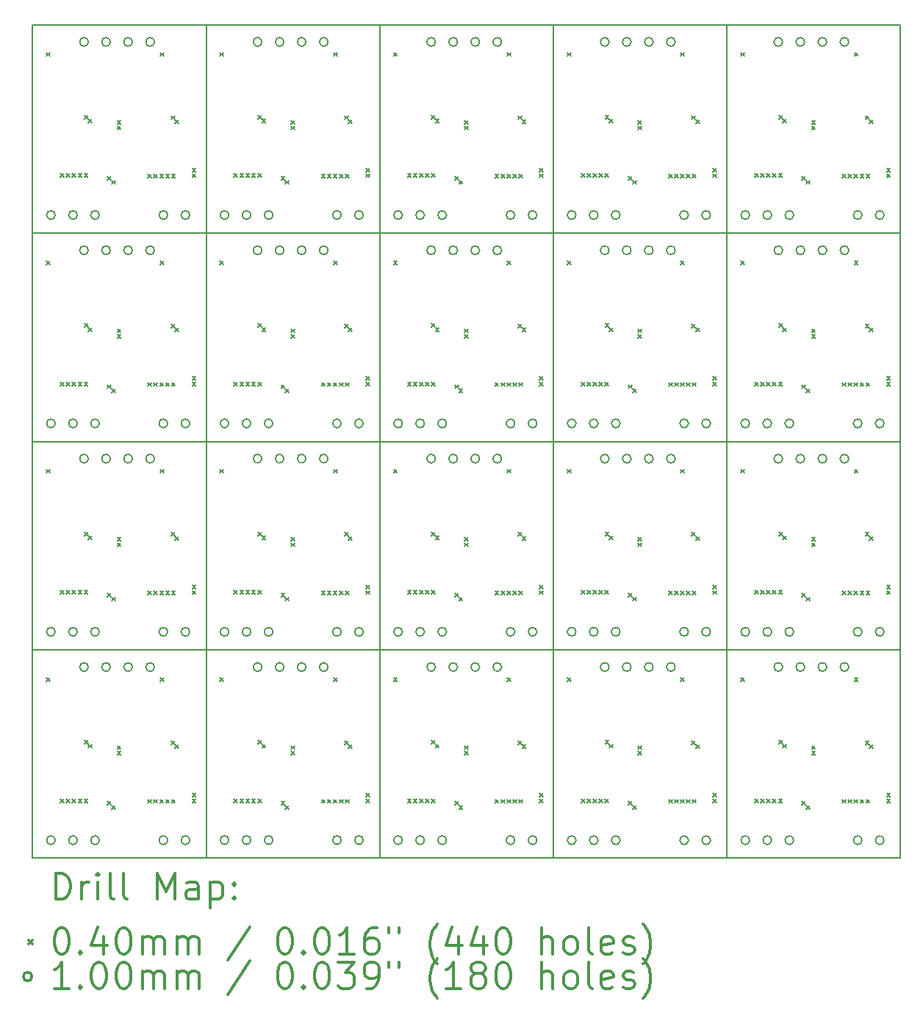
<source format=gbr>
%FSLAX45Y45*%
G04 Gerber Fmt 4.5, Leading zero omitted, Abs format (unit mm)*
G04 Created by KiCad (PCBNEW 4.0.2-stable) date 9/5/2017 3:04:58 PM*
%MOMM*%
G01*
G04 APERTURE LIST*
%ADD10C,0.127000*%
%ADD11C,0.150000*%
%ADD12C,0.200000*%
%ADD13C,0.300000*%
G04 APERTURE END LIST*
D10*
D11*
X15000000Y-12200000D02*
X13000000Y-12200000D01*
X13000000Y-12200000D02*
X11000000Y-12200000D01*
X11000000Y-12200000D02*
X9000000Y-12200000D01*
X9000000Y-12200000D02*
X7000000Y-12200000D01*
X7000000Y-12200000D02*
X5000000Y-12200000D01*
X15000000Y-9800000D02*
X13000000Y-9800000D01*
X13000000Y-9800000D02*
X11000000Y-9800000D01*
X11000000Y-9800000D02*
X9000000Y-9800000D01*
X9000000Y-9800000D02*
X7000000Y-9800000D01*
X7000000Y-9800000D02*
X5000000Y-9800000D01*
X15000000Y-7400000D02*
X13000000Y-7400000D01*
X13000000Y-7400000D02*
X11000000Y-7400000D01*
X11000000Y-7400000D02*
X9000000Y-7400000D01*
X9000000Y-7400000D02*
X7000000Y-7400000D01*
X7000000Y-7400000D02*
X5000000Y-7400000D01*
X15000000Y-5000000D02*
X13000000Y-5000000D01*
X13000000Y-5000000D02*
X11000000Y-5000000D01*
X11000000Y-5000000D02*
X9000000Y-5000000D01*
X9000000Y-5000000D02*
X7000000Y-5000000D01*
X13000000Y-12200000D02*
X13000000Y-14600000D01*
X11000000Y-12200000D02*
X11000000Y-14600000D01*
X9000000Y-12200000D02*
X9000000Y-14600000D01*
X7000000Y-12200000D02*
X7000000Y-14600000D01*
X5000000Y-12200000D02*
X5000000Y-14600000D01*
X13000000Y-9800000D02*
X13000000Y-12200000D01*
X11000000Y-9800000D02*
X11000000Y-12200000D01*
X9000000Y-9800000D02*
X9000000Y-12200000D01*
X7000000Y-9800000D02*
X7000000Y-12200000D01*
X5000000Y-9800000D02*
X5000000Y-12200000D01*
X13000000Y-7400000D02*
X13000000Y-9800000D01*
X11000000Y-7400000D02*
X11000000Y-9800000D01*
X9000000Y-7400000D02*
X9000000Y-9800000D01*
X7000000Y-7400000D02*
X7000000Y-9800000D01*
X5000000Y-7400000D02*
X5000000Y-9800000D01*
X13000000Y-5000000D02*
X13000000Y-7400000D01*
X11000000Y-5000000D02*
X11000000Y-7400000D01*
X9000000Y-5000000D02*
X9000000Y-7400000D01*
X7000000Y-5000000D02*
X7000000Y-7400000D01*
X15000000Y-14600000D02*
X15000000Y-12200000D01*
X13000000Y-14600000D02*
X13000000Y-12200000D01*
X11000000Y-14600000D02*
X11000000Y-12200000D01*
X9000000Y-14600000D02*
X9000000Y-12200000D01*
X7000000Y-14600000D02*
X7000000Y-12200000D01*
X15000000Y-12200000D02*
X15000000Y-9800000D01*
X13000000Y-12200000D02*
X13000000Y-9800000D01*
X11000000Y-12200000D02*
X11000000Y-9800000D01*
X9000000Y-12200000D02*
X9000000Y-9800000D01*
X7000000Y-12200000D02*
X7000000Y-9800000D01*
X15000000Y-9800000D02*
X15000000Y-7400000D01*
X13000000Y-9800000D02*
X13000000Y-7400000D01*
X11000000Y-9800000D02*
X11000000Y-7400000D01*
X9000000Y-9800000D02*
X9000000Y-7400000D01*
X7000000Y-9800000D02*
X7000000Y-7400000D01*
X15000000Y-7400000D02*
X15000000Y-5000000D01*
X13000000Y-7400000D02*
X13000000Y-5000000D01*
X11000000Y-7400000D02*
X11000000Y-5000000D01*
X9000000Y-7400000D02*
X9000000Y-5000000D01*
X13000000Y-14600000D02*
X15000000Y-14600000D01*
X11000000Y-14600000D02*
X13000000Y-14600000D01*
X9000000Y-14600000D02*
X11000000Y-14600000D01*
X7000000Y-14600000D02*
X9000000Y-14600000D01*
X5000000Y-14600000D02*
X7000000Y-14600000D01*
X13000000Y-12200000D02*
X15000000Y-12200000D01*
X11000000Y-12200000D02*
X13000000Y-12200000D01*
X9000000Y-12200000D02*
X11000000Y-12200000D01*
X7000000Y-12200000D02*
X9000000Y-12200000D01*
X5000000Y-12200000D02*
X7000000Y-12200000D01*
X13000000Y-9800000D02*
X15000000Y-9800000D01*
X11000000Y-9800000D02*
X13000000Y-9800000D01*
X9000000Y-9800000D02*
X11000000Y-9800000D01*
X7000000Y-9800000D02*
X9000000Y-9800000D01*
X5000000Y-9800000D02*
X7000000Y-9800000D01*
X13000000Y-7400000D02*
X15000000Y-7400000D01*
X11000000Y-7400000D02*
X13000000Y-7400000D01*
X9000000Y-7400000D02*
X11000000Y-7400000D01*
X7000000Y-7400000D02*
X9000000Y-7400000D01*
X7000000Y-5000000D02*
X5000000Y-5000000D01*
X7000000Y-7400000D02*
X7000000Y-5000000D01*
X5000000Y-7400000D02*
X7000000Y-7400000D01*
X5000000Y-5000000D02*
X5000000Y-7400000D01*
D12*
X5159050Y-5323000D02*
X5199050Y-5363000D01*
X5199050Y-5323000D02*
X5159050Y-5363000D01*
X5159050Y-7723000D02*
X5199050Y-7763000D01*
X5199050Y-7723000D02*
X5159050Y-7763000D01*
X5159050Y-10123000D02*
X5199050Y-10163000D01*
X5199050Y-10123000D02*
X5159050Y-10163000D01*
X5159050Y-12523000D02*
X5199050Y-12563000D01*
X5199050Y-12523000D02*
X5159050Y-12563000D01*
X5320340Y-6717340D02*
X5360340Y-6757340D01*
X5360340Y-6717340D02*
X5320340Y-6757340D01*
X5320340Y-9117340D02*
X5360340Y-9157340D01*
X5360340Y-9117340D02*
X5320340Y-9157340D01*
X5320340Y-11517340D02*
X5360340Y-11557340D01*
X5360340Y-11517340D02*
X5320340Y-11557340D01*
X5320340Y-13917340D02*
X5360340Y-13957340D01*
X5360340Y-13917340D02*
X5320340Y-13957340D01*
X5388920Y-6717340D02*
X5428920Y-6757340D01*
X5428920Y-6717340D02*
X5388920Y-6757340D01*
X5388920Y-9117340D02*
X5428920Y-9157340D01*
X5428920Y-9117340D02*
X5388920Y-9157340D01*
X5388920Y-11517340D02*
X5428920Y-11557340D01*
X5428920Y-11517340D02*
X5388920Y-11557340D01*
X5388920Y-13917340D02*
X5428920Y-13957340D01*
X5428920Y-13917340D02*
X5388920Y-13957340D01*
X5457500Y-6717340D02*
X5497500Y-6757340D01*
X5497500Y-6717340D02*
X5457500Y-6757340D01*
X5457500Y-9117340D02*
X5497500Y-9157340D01*
X5497500Y-9117340D02*
X5457500Y-9157340D01*
X5457500Y-11517340D02*
X5497500Y-11557340D01*
X5497500Y-11517340D02*
X5457500Y-11557340D01*
X5457500Y-13917340D02*
X5497500Y-13957340D01*
X5497500Y-13917340D02*
X5457500Y-13957340D01*
X5526080Y-6717340D02*
X5566080Y-6757340D01*
X5566080Y-6717340D02*
X5526080Y-6757340D01*
X5526080Y-9117340D02*
X5566080Y-9157340D01*
X5566080Y-9117340D02*
X5526080Y-9157340D01*
X5526080Y-11517340D02*
X5566080Y-11557340D01*
X5566080Y-11517340D02*
X5526080Y-11557340D01*
X5526080Y-13917340D02*
X5566080Y-13957340D01*
X5566080Y-13917340D02*
X5526080Y-13957340D01*
X5594660Y-6717340D02*
X5634660Y-6757340D01*
X5634660Y-6717340D02*
X5594660Y-6757340D01*
X5594660Y-9117340D02*
X5634660Y-9157340D01*
X5634660Y-9117340D02*
X5594660Y-9157340D01*
X5594660Y-11517340D02*
X5634660Y-11557340D01*
X5634660Y-11517340D02*
X5594660Y-11557340D01*
X5594660Y-13917340D02*
X5634660Y-13957340D01*
X5634660Y-13917340D02*
X5594660Y-13957340D01*
X5597200Y-6044240D02*
X5637200Y-6084240D01*
X5637200Y-6044240D02*
X5597200Y-6084240D01*
X5597200Y-8444240D02*
X5637200Y-8484240D01*
X5637200Y-8444240D02*
X5597200Y-8484240D01*
X5597200Y-10844240D02*
X5637200Y-10884240D01*
X5637200Y-10844240D02*
X5597200Y-10884240D01*
X5597200Y-13244240D02*
X5637200Y-13284240D01*
X5637200Y-13244240D02*
X5597200Y-13284240D01*
X5642920Y-6089960D02*
X5682920Y-6129960D01*
X5682920Y-6089960D02*
X5642920Y-6129960D01*
X5642920Y-8489960D02*
X5682920Y-8529960D01*
X5682920Y-8489960D02*
X5642920Y-8529960D01*
X5642920Y-10889960D02*
X5682920Y-10929960D01*
X5682920Y-10889960D02*
X5642920Y-10929960D01*
X5642920Y-13289960D02*
X5682920Y-13329960D01*
X5682920Y-13289960D02*
X5642920Y-13329960D01*
X5863900Y-6747820D02*
X5903900Y-6787820D01*
X5903900Y-6747820D02*
X5863900Y-6787820D01*
X5863900Y-9147820D02*
X5903900Y-9187820D01*
X5903900Y-9147820D02*
X5863900Y-9187820D01*
X5863900Y-11547820D02*
X5903900Y-11587820D01*
X5903900Y-11547820D02*
X5863900Y-11587820D01*
X5863900Y-13947820D02*
X5903900Y-13987820D01*
X5903900Y-13947820D02*
X5863900Y-13987820D01*
X5912160Y-6796080D02*
X5952160Y-6836080D01*
X5952160Y-6796080D02*
X5912160Y-6836080D01*
X5912160Y-9196080D02*
X5952160Y-9236080D01*
X5952160Y-9196080D02*
X5912160Y-9236080D01*
X5912160Y-11596080D02*
X5952160Y-11636080D01*
X5952160Y-11596080D02*
X5912160Y-11636080D01*
X5912160Y-13996080D02*
X5952160Y-14036080D01*
X5952160Y-13996080D02*
X5912160Y-14036080D01*
X5975660Y-6105200D02*
X6015660Y-6145200D01*
X6015660Y-6105200D02*
X5975660Y-6145200D01*
X5975660Y-6168700D02*
X6015660Y-6208700D01*
X6015660Y-6168700D02*
X5975660Y-6208700D01*
X5975660Y-8505200D02*
X6015660Y-8545200D01*
X6015660Y-8505200D02*
X5975660Y-8545200D01*
X5975660Y-8568700D02*
X6015660Y-8608700D01*
X6015660Y-8568700D02*
X5975660Y-8608700D01*
X5975660Y-10905200D02*
X6015660Y-10945200D01*
X6015660Y-10905200D02*
X5975660Y-10945200D01*
X5975660Y-10968700D02*
X6015660Y-11008700D01*
X6015660Y-10968700D02*
X5975660Y-11008700D01*
X5975660Y-13305200D02*
X6015660Y-13345200D01*
X6015660Y-13305200D02*
X5975660Y-13345200D01*
X5975660Y-13368700D02*
X6015660Y-13408700D01*
X6015660Y-13368700D02*
X5975660Y-13408700D01*
X6328720Y-6723690D02*
X6368720Y-6763690D01*
X6368720Y-6723690D02*
X6328720Y-6763690D01*
X6328720Y-9123690D02*
X6368720Y-9163690D01*
X6368720Y-9123690D02*
X6328720Y-9163690D01*
X6328720Y-11523690D02*
X6368720Y-11563690D01*
X6368720Y-11523690D02*
X6328720Y-11563690D01*
X6328720Y-13923690D02*
X6368720Y-13963690D01*
X6368720Y-13923690D02*
X6328720Y-13963690D01*
X6397300Y-6723690D02*
X6437300Y-6763690D01*
X6437300Y-6723690D02*
X6397300Y-6763690D01*
X6397300Y-9123690D02*
X6437300Y-9163690D01*
X6437300Y-9123690D02*
X6397300Y-9163690D01*
X6397300Y-11523690D02*
X6437300Y-11563690D01*
X6437300Y-11523690D02*
X6397300Y-11563690D01*
X6397300Y-13923690D02*
X6437300Y-13963690D01*
X6437300Y-13923690D02*
X6397300Y-13963690D01*
X6465880Y-6723690D02*
X6505880Y-6763690D01*
X6505880Y-6723690D02*
X6465880Y-6763690D01*
X6465880Y-9123690D02*
X6505880Y-9163690D01*
X6505880Y-9123690D02*
X6465880Y-9163690D01*
X6465880Y-11523690D02*
X6505880Y-11563690D01*
X6505880Y-11523690D02*
X6465880Y-11563690D01*
X6465880Y-13923690D02*
X6505880Y-13963690D01*
X6505880Y-13923690D02*
X6465880Y-13963690D01*
X6468420Y-5323000D02*
X6508420Y-5363000D01*
X6508420Y-5323000D02*
X6468420Y-5363000D01*
X6468420Y-7723000D02*
X6508420Y-7763000D01*
X6508420Y-7723000D02*
X6468420Y-7763000D01*
X6468420Y-10123000D02*
X6508420Y-10163000D01*
X6508420Y-10123000D02*
X6468420Y-10163000D01*
X6468420Y-12523000D02*
X6508420Y-12563000D01*
X6508420Y-12523000D02*
X6468420Y-12563000D01*
X6534460Y-6723690D02*
X6574460Y-6763690D01*
X6574460Y-6723690D02*
X6534460Y-6763690D01*
X6534460Y-9123690D02*
X6574460Y-9163690D01*
X6574460Y-9123690D02*
X6534460Y-9163690D01*
X6534460Y-11523690D02*
X6574460Y-11563690D01*
X6574460Y-11523690D02*
X6534460Y-11563690D01*
X6534460Y-13923690D02*
X6574460Y-13963690D01*
X6574460Y-13923690D02*
X6534460Y-13963690D01*
X6595420Y-6049320D02*
X6635420Y-6089320D01*
X6635420Y-6049320D02*
X6595420Y-6089320D01*
X6595420Y-8449320D02*
X6635420Y-8489320D01*
X6635420Y-8449320D02*
X6595420Y-8489320D01*
X6595420Y-10849320D02*
X6635420Y-10889320D01*
X6635420Y-10849320D02*
X6595420Y-10889320D01*
X6595420Y-13249320D02*
X6635420Y-13289320D01*
X6635420Y-13249320D02*
X6595420Y-13289320D01*
X6603040Y-6723690D02*
X6643040Y-6763690D01*
X6643040Y-6723690D02*
X6603040Y-6763690D01*
X6603040Y-9123690D02*
X6643040Y-9163690D01*
X6643040Y-9123690D02*
X6603040Y-9163690D01*
X6603040Y-11523690D02*
X6643040Y-11563690D01*
X6643040Y-11523690D02*
X6603040Y-11563690D01*
X6603040Y-13923690D02*
X6643040Y-13963690D01*
X6643040Y-13923690D02*
X6603040Y-13963690D01*
X6641140Y-6095040D02*
X6681140Y-6135040D01*
X6681140Y-6095040D02*
X6641140Y-6135040D01*
X6641140Y-8495040D02*
X6681140Y-8535040D01*
X6681140Y-8495040D02*
X6641140Y-8535040D01*
X6641140Y-10895040D02*
X6681140Y-10935040D01*
X6681140Y-10895040D02*
X6641140Y-10935040D01*
X6641140Y-13295040D02*
X6681140Y-13335040D01*
X6681140Y-13295040D02*
X6641140Y-13335040D01*
X6839260Y-6653840D02*
X6879260Y-6693840D01*
X6879260Y-6653840D02*
X6839260Y-6693840D01*
X6839260Y-6719880D02*
X6879260Y-6759880D01*
X6879260Y-6719880D02*
X6839260Y-6759880D01*
X6839260Y-9053840D02*
X6879260Y-9093840D01*
X6879260Y-9053840D02*
X6839260Y-9093840D01*
X6839260Y-9119880D02*
X6879260Y-9159880D01*
X6879260Y-9119880D02*
X6839260Y-9159880D01*
X6839260Y-11453840D02*
X6879260Y-11493840D01*
X6879260Y-11453840D02*
X6839260Y-11493840D01*
X6839260Y-11519880D02*
X6879260Y-11559880D01*
X6879260Y-11519880D02*
X6839260Y-11559880D01*
X6839260Y-13853840D02*
X6879260Y-13893840D01*
X6879260Y-13853840D02*
X6839260Y-13893840D01*
X6839260Y-13919880D02*
X6879260Y-13959880D01*
X6879260Y-13919880D02*
X6839260Y-13959880D01*
X7159050Y-5323000D02*
X7199050Y-5363000D01*
X7199050Y-5323000D02*
X7159050Y-5363000D01*
X7159050Y-7723000D02*
X7199050Y-7763000D01*
X7199050Y-7723000D02*
X7159050Y-7763000D01*
X7159050Y-10123000D02*
X7199050Y-10163000D01*
X7199050Y-10123000D02*
X7159050Y-10163000D01*
X7159050Y-12523000D02*
X7199050Y-12563000D01*
X7199050Y-12523000D02*
X7159050Y-12563000D01*
X7320340Y-6717340D02*
X7360340Y-6757340D01*
X7360340Y-6717340D02*
X7320340Y-6757340D01*
X7320340Y-9117340D02*
X7360340Y-9157340D01*
X7360340Y-9117340D02*
X7320340Y-9157340D01*
X7320340Y-11517340D02*
X7360340Y-11557340D01*
X7360340Y-11517340D02*
X7320340Y-11557340D01*
X7320340Y-13917340D02*
X7360340Y-13957340D01*
X7360340Y-13917340D02*
X7320340Y-13957340D01*
X7388920Y-6717340D02*
X7428920Y-6757340D01*
X7428920Y-6717340D02*
X7388920Y-6757340D01*
X7388920Y-9117340D02*
X7428920Y-9157340D01*
X7428920Y-9117340D02*
X7388920Y-9157340D01*
X7388920Y-11517340D02*
X7428920Y-11557340D01*
X7428920Y-11517340D02*
X7388920Y-11557340D01*
X7388920Y-13917340D02*
X7428920Y-13957340D01*
X7428920Y-13917340D02*
X7388920Y-13957340D01*
X7457500Y-6717340D02*
X7497500Y-6757340D01*
X7497500Y-6717340D02*
X7457500Y-6757340D01*
X7457500Y-9117340D02*
X7497500Y-9157340D01*
X7497500Y-9117340D02*
X7457500Y-9157340D01*
X7457500Y-11517340D02*
X7497500Y-11557340D01*
X7497500Y-11517340D02*
X7457500Y-11557340D01*
X7457500Y-13917340D02*
X7497500Y-13957340D01*
X7497500Y-13917340D02*
X7457500Y-13957340D01*
X7526080Y-6717340D02*
X7566080Y-6757340D01*
X7566080Y-6717340D02*
X7526080Y-6757340D01*
X7526080Y-9117340D02*
X7566080Y-9157340D01*
X7566080Y-9117340D02*
X7526080Y-9157340D01*
X7526080Y-11517340D02*
X7566080Y-11557340D01*
X7566080Y-11517340D02*
X7526080Y-11557340D01*
X7526080Y-13917340D02*
X7566080Y-13957340D01*
X7566080Y-13917340D02*
X7526080Y-13957340D01*
X7594660Y-6717340D02*
X7634660Y-6757340D01*
X7634660Y-6717340D02*
X7594660Y-6757340D01*
X7594660Y-9117340D02*
X7634660Y-9157340D01*
X7634660Y-9117340D02*
X7594660Y-9157340D01*
X7594660Y-11517340D02*
X7634660Y-11557340D01*
X7634660Y-11517340D02*
X7594660Y-11557340D01*
X7594660Y-13917340D02*
X7634660Y-13957340D01*
X7634660Y-13917340D02*
X7594660Y-13957340D01*
X7597200Y-6044240D02*
X7637200Y-6084240D01*
X7637200Y-6044240D02*
X7597200Y-6084240D01*
X7597200Y-8444240D02*
X7637200Y-8484240D01*
X7637200Y-8444240D02*
X7597200Y-8484240D01*
X7597200Y-10844240D02*
X7637200Y-10884240D01*
X7637200Y-10844240D02*
X7597200Y-10884240D01*
X7597200Y-13244240D02*
X7637200Y-13284240D01*
X7637200Y-13244240D02*
X7597200Y-13284240D01*
X7642920Y-6089960D02*
X7682920Y-6129960D01*
X7682920Y-6089960D02*
X7642920Y-6129960D01*
X7642920Y-8489960D02*
X7682920Y-8529960D01*
X7682920Y-8489960D02*
X7642920Y-8529960D01*
X7642920Y-10889960D02*
X7682920Y-10929960D01*
X7682920Y-10889960D02*
X7642920Y-10929960D01*
X7642920Y-13289960D02*
X7682920Y-13329960D01*
X7682920Y-13289960D02*
X7642920Y-13329960D01*
X7863900Y-6747820D02*
X7903900Y-6787820D01*
X7903900Y-6747820D02*
X7863900Y-6787820D01*
X7863900Y-9147820D02*
X7903900Y-9187820D01*
X7903900Y-9147820D02*
X7863900Y-9187820D01*
X7863900Y-11547820D02*
X7903900Y-11587820D01*
X7903900Y-11547820D02*
X7863900Y-11587820D01*
X7863900Y-13947820D02*
X7903900Y-13987820D01*
X7903900Y-13947820D02*
X7863900Y-13987820D01*
X7912160Y-6796080D02*
X7952160Y-6836080D01*
X7952160Y-6796080D02*
X7912160Y-6836080D01*
X7912160Y-9196080D02*
X7952160Y-9236080D01*
X7952160Y-9196080D02*
X7912160Y-9236080D01*
X7912160Y-11596080D02*
X7952160Y-11636080D01*
X7952160Y-11596080D02*
X7912160Y-11636080D01*
X7912160Y-13996080D02*
X7952160Y-14036080D01*
X7952160Y-13996080D02*
X7912160Y-14036080D01*
X7975660Y-6105200D02*
X8015660Y-6145200D01*
X8015660Y-6105200D02*
X7975660Y-6145200D01*
X7975660Y-6168700D02*
X8015660Y-6208700D01*
X8015660Y-6168700D02*
X7975660Y-6208700D01*
X7975660Y-8505200D02*
X8015660Y-8545200D01*
X8015660Y-8505200D02*
X7975660Y-8545200D01*
X7975660Y-8568700D02*
X8015660Y-8608700D01*
X8015660Y-8568700D02*
X7975660Y-8608700D01*
X7975660Y-10905200D02*
X8015660Y-10945200D01*
X8015660Y-10905200D02*
X7975660Y-10945200D01*
X7975660Y-10968700D02*
X8015660Y-11008700D01*
X8015660Y-10968700D02*
X7975660Y-11008700D01*
X7975660Y-13305200D02*
X8015660Y-13345200D01*
X8015660Y-13305200D02*
X7975660Y-13345200D01*
X7975660Y-13368700D02*
X8015660Y-13408700D01*
X8015660Y-13368700D02*
X7975660Y-13408700D01*
X8328720Y-6723690D02*
X8368720Y-6763690D01*
X8368720Y-6723690D02*
X8328720Y-6763690D01*
X8328720Y-9123690D02*
X8368720Y-9163690D01*
X8368720Y-9123690D02*
X8328720Y-9163690D01*
X8328720Y-11523690D02*
X8368720Y-11563690D01*
X8368720Y-11523690D02*
X8328720Y-11563690D01*
X8328720Y-13923690D02*
X8368720Y-13963690D01*
X8368720Y-13923690D02*
X8328720Y-13963690D01*
X8397300Y-6723690D02*
X8437300Y-6763690D01*
X8437300Y-6723690D02*
X8397300Y-6763690D01*
X8397300Y-9123690D02*
X8437300Y-9163690D01*
X8437300Y-9123690D02*
X8397300Y-9163690D01*
X8397300Y-11523690D02*
X8437300Y-11563690D01*
X8437300Y-11523690D02*
X8397300Y-11563690D01*
X8397300Y-13923690D02*
X8437300Y-13963690D01*
X8437300Y-13923690D02*
X8397300Y-13963690D01*
X8465880Y-6723690D02*
X8505880Y-6763690D01*
X8505880Y-6723690D02*
X8465880Y-6763690D01*
X8465880Y-9123690D02*
X8505880Y-9163690D01*
X8505880Y-9123690D02*
X8465880Y-9163690D01*
X8465880Y-11523690D02*
X8505880Y-11563690D01*
X8505880Y-11523690D02*
X8465880Y-11563690D01*
X8465880Y-13923690D02*
X8505880Y-13963690D01*
X8505880Y-13923690D02*
X8465880Y-13963690D01*
X8468420Y-5323000D02*
X8508420Y-5363000D01*
X8508420Y-5323000D02*
X8468420Y-5363000D01*
X8468420Y-7723000D02*
X8508420Y-7763000D01*
X8508420Y-7723000D02*
X8468420Y-7763000D01*
X8468420Y-10123000D02*
X8508420Y-10163000D01*
X8508420Y-10123000D02*
X8468420Y-10163000D01*
X8468420Y-12523000D02*
X8508420Y-12563000D01*
X8508420Y-12523000D02*
X8468420Y-12563000D01*
X8534460Y-6723690D02*
X8574460Y-6763690D01*
X8574460Y-6723690D02*
X8534460Y-6763690D01*
X8534460Y-9123690D02*
X8574460Y-9163690D01*
X8574460Y-9123690D02*
X8534460Y-9163690D01*
X8534460Y-11523690D02*
X8574460Y-11563690D01*
X8574460Y-11523690D02*
X8534460Y-11563690D01*
X8534460Y-13923690D02*
X8574460Y-13963690D01*
X8574460Y-13923690D02*
X8534460Y-13963690D01*
X8595420Y-6049320D02*
X8635420Y-6089320D01*
X8635420Y-6049320D02*
X8595420Y-6089320D01*
X8595420Y-8449320D02*
X8635420Y-8489320D01*
X8635420Y-8449320D02*
X8595420Y-8489320D01*
X8595420Y-10849320D02*
X8635420Y-10889320D01*
X8635420Y-10849320D02*
X8595420Y-10889320D01*
X8595420Y-13249320D02*
X8635420Y-13289320D01*
X8635420Y-13249320D02*
X8595420Y-13289320D01*
X8603040Y-6723690D02*
X8643040Y-6763690D01*
X8643040Y-6723690D02*
X8603040Y-6763690D01*
X8603040Y-9123690D02*
X8643040Y-9163690D01*
X8643040Y-9123690D02*
X8603040Y-9163690D01*
X8603040Y-11523690D02*
X8643040Y-11563690D01*
X8643040Y-11523690D02*
X8603040Y-11563690D01*
X8603040Y-13923690D02*
X8643040Y-13963690D01*
X8643040Y-13923690D02*
X8603040Y-13963690D01*
X8641140Y-6095040D02*
X8681140Y-6135040D01*
X8681140Y-6095040D02*
X8641140Y-6135040D01*
X8641140Y-8495040D02*
X8681140Y-8535040D01*
X8681140Y-8495040D02*
X8641140Y-8535040D01*
X8641140Y-10895040D02*
X8681140Y-10935040D01*
X8681140Y-10895040D02*
X8641140Y-10935040D01*
X8641140Y-13295040D02*
X8681140Y-13335040D01*
X8681140Y-13295040D02*
X8641140Y-13335040D01*
X8839260Y-6653840D02*
X8879260Y-6693840D01*
X8879260Y-6653840D02*
X8839260Y-6693840D01*
X8839260Y-6719880D02*
X8879260Y-6759880D01*
X8879260Y-6719880D02*
X8839260Y-6759880D01*
X8839260Y-9053840D02*
X8879260Y-9093840D01*
X8879260Y-9053840D02*
X8839260Y-9093840D01*
X8839260Y-9119880D02*
X8879260Y-9159880D01*
X8879260Y-9119880D02*
X8839260Y-9159880D01*
X8839260Y-11453840D02*
X8879260Y-11493840D01*
X8879260Y-11453840D02*
X8839260Y-11493840D01*
X8839260Y-11519880D02*
X8879260Y-11559880D01*
X8879260Y-11519880D02*
X8839260Y-11559880D01*
X8839260Y-13853840D02*
X8879260Y-13893840D01*
X8879260Y-13853840D02*
X8839260Y-13893840D01*
X8839260Y-13919880D02*
X8879260Y-13959880D01*
X8879260Y-13919880D02*
X8839260Y-13959880D01*
X9159050Y-5323000D02*
X9199050Y-5363000D01*
X9199050Y-5323000D02*
X9159050Y-5363000D01*
X9159050Y-7723000D02*
X9199050Y-7763000D01*
X9199050Y-7723000D02*
X9159050Y-7763000D01*
X9159050Y-10123000D02*
X9199050Y-10163000D01*
X9199050Y-10123000D02*
X9159050Y-10163000D01*
X9159050Y-12523000D02*
X9199050Y-12563000D01*
X9199050Y-12523000D02*
X9159050Y-12563000D01*
X9320340Y-6717340D02*
X9360340Y-6757340D01*
X9360340Y-6717340D02*
X9320340Y-6757340D01*
X9320340Y-9117340D02*
X9360340Y-9157340D01*
X9360340Y-9117340D02*
X9320340Y-9157340D01*
X9320340Y-11517340D02*
X9360340Y-11557340D01*
X9360340Y-11517340D02*
X9320340Y-11557340D01*
X9320340Y-13917340D02*
X9360340Y-13957340D01*
X9360340Y-13917340D02*
X9320340Y-13957340D01*
X9388920Y-6717340D02*
X9428920Y-6757340D01*
X9428920Y-6717340D02*
X9388920Y-6757340D01*
X9388920Y-9117340D02*
X9428920Y-9157340D01*
X9428920Y-9117340D02*
X9388920Y-9157340D01*
X9388920Y-11517340D02*
X9428920Y-11557340D01*
X9428920Y-11517340D02*
X9388920Y-11557340D01*
X9388920Y-13917340D02*
X9428920Y-13957340D01*
X9428920Y-13917340D02*
X9388920Y-13957340D01*
X9457500Y-6717340D02*
X9497500Y-6757340D01*
X9497500Y-6717340D02*
X9457500Y-6757340D01*
X9457500Y-9117340D02*
X9497500Y-9157340D01*
X9497500Y-9117340D02*
X9457500Y-9157340D01*
X9457500Y-11517340D02*
X9497500Y-11557340D01*
X9497500Y-11517340D02*
X9457500Y-11557340D01*
X9457500Y-13917340D02*
X9497500Y-13957340D01*
X9497500Y-13917340D02*
X9457500Y-13957340D01*
X9526080Y-6717340D02*
X9566080Y-6757340D01*
X9566080Y-6717340D02*
X9526080Y-6757340D01*
X9526080Y-9117340D02*
X9566080Y-9157340D01*
X9566080Y-9117340D02*
X9526080Y-9157340D01*
X9526080Y-11517340D02*
X9566080Y-11557340D01*
X9566080Y-11517340D02*
X9526080Y-11557340D01*
X9526080Y-13917340D02*
X9566080Y-13957340D01*
X9566080Y-13917340D02*
X9526080Y-13957340D01*
X9594660Y-6717340D02*
X9634660Y-6757340D01*
X9634660Y-6717340D02*
X9594660Y-6757340D01*
X9594660Y-9117340D02*
X9634660Y-9157340D01*
X9634660Y-9117340D02*
X9594660Y-9157340D01*
X9594660Y-11517340D02*
X9634660Y-11557340D01*
X9634660Y-11517340D02*
X9594660Y-11557340D01*
X9594660Y-13917340D02*
X9634660Y-13957340D01*
X9634660Y-13917340D02*
X9594660Y-13957340D01*
X9597200Y-6044240D02*
X9637200Y-6084240D01*
X9637200Y-6044240D02*
X9597200Y-6084240D01*
X9597200Y-8444240D02*
X9637200Y-8484240D01*
X9637200Y-8444240D02*
X9597200Y-8484240D01*
X9597200Y-10844240D02*
X9637200Y-10884240D01*
X9637200Y-10844240D02*
X9597200Y-10884240D01*
X9597200Y-13244240D02*
X9637200Y-13284240D01*
X9637200Y-13244240D02*
X9597200Y-13284240D01*
X9642920Y-6089960D02*
X9682920Y-6129960D01*
X9682920Y-6089960D02*
X9642920Y-6129960D01*
X9642920Y-8489960D02*
X9682920Y-8529960D01*
X9682920Y-8489960D02*
X9642920Y-8529960D01*
X9642920Y-10889960D02*
X9682920Y-10929960D01*
X9682920Y-10889960D02*
X9642920Y-10929960D01*
X9642920Y-13289960D02*
X9682920Y-13329960D01*
X9682920Y-13289960D02*
X9642920Y-13329960D01*
X9863900Y-6747820D02*
X9903900Y-6787820D01*
X9903900Y-6747820D02*
X9863900Y-6787820D01*
X9863900Y-9147820D02*
X9903900Y-9187820D01*
X9903900Y-9147820D02*
X9863900Y-9187820D01*
X9863900Y-11547820D02*
X9903900Y-11587820D01*
X9903900Y-11547820D02*
X9863900Y-11587820D01*
X9863900Y-13947820D02*
X9903900Y-13987820D01*
X9903900Y-13947820D02*
X9863900Y-13987820D01*
X9912160Y-6796080D02*
X9952160Y-6836080D01*
X9952160Y-6796080D02*
X9912160Y-6836080D01*
X9912160Y-9196080D02*
X9952160Y-9236080D01*
X9952160Y-9196080D02*
X9912160Y-9236080D01*
X9912160Y-11596080D02*
X9952160Y-11636080D01*
X9952160Y-11596080D02*
X9912160Y-11636080D01*
X9912160Y-13996080D02*
X9952160Y-14036080D01*
X9952160Y-13996080D02*
X9912160Y-14036080D01*
X9975660Y-6105200D02*
X10015660Y-6145200D01*
X10015660Y-6105200D02*
X9975660Y-6145200D01*
X9975660Y-6168700D02*
X10015660Y-6208700D01*
X10015660Y-6168700D02*
X9975660Y-6208700D01*
X9975660Y-8505200D02*
X10015660Y-8545200D01*
X10015660Y-8505200D02*
X9975660Y-8545200D01*
X9975660Y-8568700D02*
X10015660Y-8608700D01*
X10015660Y-8568700D02*
X9975660Y-8608700D01*
X9975660Y-10905200D02*
X10015660Y-10945200D01*
X10015660Y-10905200D02*
X9975660Y-10945200D01*
X9975660Y-10968700D02*
X10015660Y-11008700D01*
X10015660Y-10968700D02*
X9975660Y-11008700D01*
X9975660Y-13305200D02*
X10015660Y-13345200D01*
X10015660Y-13305200D02*
X9975660Y-13345200D01*
X9975660Y-13368700D02*
X10015660Y-13408700D01*
X10015660Y-13368700D02*
X9975660Y-13408700D01*
X10328720Y-6723690D02*
X10368720Y-6763690D01*
X10368720Y-6723690D02*
X10328720Y-6763690D01*
X10328720Y-9123690D02*
X10368720Y-9163690D01*
X10368720Y-9123690D02*
X10328720Y-9163690D01*
X10328720Y-11523690D02*
X10368720Y-11563690D01*
X10368720Y-11523690D02*
X10328720Y-11563690D01*
X10328720Y-13923690D02*
X10368720Y-13963690D01*
X10368720Y-13923690D02*
X10328720Y-13963690D01*
X10397300Y-6723690D02*
X10437300Y-6763690D01*
X10437300Y-6723690D02*
X10397300Y-6763690D01*
X10397300Y-9123690D02*
X10437300Y-9163690D01*
X10437300Y-9123690D02*
X10397300Y-9163690D01*
X10397300Y-11523690D02*
X10437300Y-11563690D01*
X10437300Y-11523690D02*
X10397300Y-11563690D01*
X10397300Y-13923690D02*
X10437300Y-13963690D01*
X10437300Y-13923690D02*
X10397300Y-13963690D01*
X10465880Y-6723690D02*
X10505880Y-6763690D01*
X10505880Y-6723690D02*
X10465880Y-6763690D01*
X10465880Y-9123690D02*
X10505880Y-9163690D01*
X10505880Y-9123690D02*
X10465880Y-9163690D01*
X10465880Y-11523690D02*
X10505880Y-11563690D01*
X10505880Y-11523690D02*
X10465880Y-11563690D01*
X10465880Y-13923690D02*
X10505880Y-13963690D01*
X10505880Y-13923690D02*
X10465880Y-13963690D01*
X10468420Y-5323000D02*
X10508420Y-5363000D01*
X10508420Y-5323000D02*
X10468420Y-5363000D01*
X10468420Y-7723000D02*
X10508420Y-7763000D01*
X10508420Y-7723000D02*
X10468420Y-7763000D01*
X10468420Y-10123000D02*
X10508420Y-10163000D01*
X10508420Y-10123000D02*
X10468420Y-10163000D01*
X10468420Y-12523000D02*
X10508420Y-12563000D01*
X10508420Y-12523000D02*
X10468420Y-12563000D01*
X10534460Y-6723690D02*
X10574460Y-6763690D01*
X10574460Y-6723690D02*
X10534460Y-6763690D01*
X10534460Y-9123690D02*
X10574460Y-9163690D01*
X10574460Y-9123690D02*
X10534460Y-9163690D01*
X10534460Y-11523690D02*
X10574460Y-11563690D01*
X10574460Y-11523690D02*
X10534460Y-11563690D01*
X10534460Y-13923690D02*
X10574460Y-13963690D01*
X10574460Y-13923690D02*
X10534460Y-13963690D01*
X10595420Y-6049320D02*
X10635420Y-6089320D01*
X10635420Y-6049320D02*
X10595420Y-6089320D01*
X10595420Y-8449320D02*
X10635420Y-8489320D01*
X10635420Y-8449320D02*
X10595420Y-8489320D01*
X10595420Y-10849320D02*
X10635420Y-10889320D01*
X10635420Y-10849320D02*
X10595420Y-10889320D01*
X10595420Y-13249320D02*
X10635420Y-13289320D01*
X10635420Y-13249320D02*
X10595420Y-13289320D01*
X10603040Y-6723690D02*
X10643040Y-6763690D01*
X10643040Y-6723690D02*
X10603040Y-6763690D01*
X10603040Y-9123690D02*
X10643040Y-9163690D01*
X10643040Y-9123690D02*
X10603040Y-9163690D01*
X10603040Y-11523690D02*
X10643040Y-11563690D01*
X10643040Y-11523690D02*
X10603040Y-11563690D01*
X10603040Y-13923690D02*
X10643040Y-13963690D01*
X10643040Y-13923690D02*
X10603040Y-13963690D01*
X10641140Y-6095040D02*
X10681140Y-6135040D01*
X10681140Y-6095040D02*
X10641140Y-6135040D01*
X10641140Y-8495040D02*
X10681140Y-8535040D01*
X10681140Y-8495040D02*
X10641140Y-8535040D01*
X10641140Y-10895040D02*
X10681140Y-10935040D01*
X10681140Y-10895040D02*
X10641140Y-10935040D01*
X10641140Y-13295040D02*
X10681140Y-13335040D01*
X10681140Y-13295040D02*
X10641140Y-13335040D01*
X10839260Y-6653840D02*
X10879260Y-6693840D01*
X10879260Y-6653840D02*
X10839260Y-6693840D01*
X10839260Y-6719880D02*
X10879260Y-6759880D01*
X10879260Y-6719880D02*
X10839260Y-6759880D01*
X10839260Y-9053840D02*
X10879260Y-9093840D01*
X10879260Y-9053840D02*
X10839260Y-9093840D01*
X10839260Y-9119880D02*
X10879260Y-9159880D01*
X10879260Y-9119880D02*
X10839260Y-9159880D01*
X10839260Y-11453840D02*
X10879260Y-11493840D01*
X10879260Y-11453840D02*
X10839260Y-11493840D01*
X10839260Y-11519880D02*
X10879260Y-11559880D01*
X10879260Y-11519880D02*
X10839260Y-11559880D01*
X10839260Y-13853840D02*
X10879260Y-13893840D01*
X10879260Y-13853840D02*
X10839260Y-13893840D01*
X10839260Y-13919880D02*
X10879260Y-13959880D01*
X10879260Y-13919880D02*
X10839260Y-13959880D01*
X11159050Y-5323000D02*
X11199050Y-5363000D01*
X11199050Y-5323000D02*
X11159050Y-5363000D01*
X11159050Y-7723000D02*
X11199050Y-7763000D01*
X11199050Y-7723000D02*
X11159050Y-7763000D01*
X11159050Y-10123000D02*
X11199050Y-10163000D01*
X11199050Y-10123000D02*
X11159050Y-10163000D01*
X11159050Y-12523000D02*
X11199050Y-12563000D01*
X11199050Y-12523000D02*
X11159050Y-12563000D01*
X11320340Y-6717340D02*
X11360340Y-6757340D01*
X11360340Y-6717340D02*
X11320340Y-6757340D01*
X11320340Y-9117340D02*
X11360340Y-9157340D01*
X11360340Y-9117340D02*
X11320340Y-9157340D01*
X11320340Y-11517340D02*
X11360340Y-11557340D01*
X11360340Y-11517340D02*
X11320340Y-11557340D01*
X11320340Y-13917340D02*
X11360340Y-13957340D01*
X11360340Y-13917340D02*
X11320340Y-13957340D01*
X11388920Y-6717340D02*
X11428920Y-6757340D01*
X11428920Y-6717340D02*
X11388920Y-6757340D01*
X11388920Y-9117340D02*
X11428920Y-9157340D01*
X11428920Y-9117340D02*
X11388920Y-9157340D01*
X11388920Y-11517340D02*
X11428920Y-11557340D01*
X11428920Y-11517340D02*
X11388920Y-11557340D01*
X11388920Y-13917340D02*
X11428920Y-13957340D01*
X11428920Y-13917340D02*
X11388920Y-13957340D01*
X11457500Y-6717340D02*
X11497500Y-6757340D01*
X11497500Y-6717340D02*
X11457500Y-6757340D01*
X11457500Y-9117340D02*
X11497500Y-9157340D01*
X11497500Y-9117340D02*
X11457500Y-9157340D01*
X11457500Y-11517340D02*
X11497500Y-11557340D01*
X11497500Y-11517340D02*
X11457500Y-11557340D01*
X11457500Y-13917340D02*
X11497500Y-13957340D01*
X11497500Y-13917340D02*
X11457500Y-13957340D01*
X11526080Y-6717340D02*
X11566080Y-6757340D01*
X11566080Y-6717340D02*
X11526080Y-6757340D01*
X11526080Y-9117340D02*
X11566080Y-9157340D01*
X11566080Y-9117340D02*
X11526080Y-9157340D01*
X11526080Y-11517340D02*
X11566080Y-11557340D01*
X11566080Y-11517340D02*
X11526080Y-11557340D01*
X11526080Y-13917340D02*
X11566080Y-13957340D01*
X11566080Y-13917340D02*
X11526080Y-13957340D01*
X11594660Y-6717340D02*
X11634660Y-6757340D01*
X11634660Y-6717340D02*
X11594660Y-6757340D01*
X11594660Y-9117340D02*
X11634660Y-9157340D01*
X11634660Y-9117340D02*
X11594660Y-9157340D01*
X11594660Y-11517340D02*
X11634660Y-11557340D01*
X11634660Y-11517340D02*
X11594660Y-11557340D01*
X11594660Y-13917340D02*
X11634660Y-13957340D01*
X11634660Y-13917340D02*
X11594660Y-13957340D01*
X11597200Y-6044240D02*
X11637200Y-6084240D01*
X11637200Y-6044240D02*
X11597200Y-6084240D01*
X11597200Y-8444240D02*
X11637200Y-8484240D01*
X11637200Y-8444240D02*
X11597200Y-8484240D01*
X11597200Y-10844240D02*
X11637200Y-10884240D01*
X11637200Y-10844240D02*
X11597200Y-10884240D01*
X11597200Y-13244240D02*
X11637200Y-13284240D01*
X11637200Y-13244240D02*
X11597200Y-13284240D01*
X11642920Y-6089960D02*
X11682920Y-6129960D01*
X11682920Y-6089960D02*
X11642920Y-6129960D01*
X11642920Y-8489960D02*
X11682920Y-8529960D01*
X11682920Y-8489960D02*
X11642920Y-8529960D01*
X11642920Y-10889960D02*
X11682920Y-10929960D01*
X11682920Y-10889960D02*
X11642920Y-10929960D01*
X11642920Y-13289960D02*
X11682920Y-13329960D01*
X11682920Y-13289960D02*
X11642920Y-13329960D01*
X11863900Y-6747820D02*
X11903900Y-6787820D01*
X11903900Y-6747820D02*
X11863900Y-6787820D01*
X11863900Y-9147820D02*
X11903900Y-9187820D01*
X11903900Y-9147820D02*
X11863900Y-9187820D01*
X11863900Y-11547820D02*
X11903900Y-11587820D01*
X11903900Y-11547820D02*
X11863900Y-11587820D01*
X11863900Y-13947820D02*
X11903900Y-13987820D01*
X11903900Y-13947820D02*
X11863900Y-13987820D01*
X11912160Y-6796080D02*
X11952160Y-6836080D01*
X11952160Y-6796080D02*
X11912160Y-6836080D01*
X11912160Y-9196080D02*
X11952160Y-9236080D01*
X11952160Y-9196080D02*
X11912160Y-9236080D01*
X11912160Y-11596080D02*
X11952160Y-11636080D01*
X11952160Y-11596080D02*
X11912160Y-11636080D01*
X11912160Y-13996080D02*
X11952160Y-14036080D01*
X11952160Y-13996080D02*
X11912160Y-14036080D01*
X11975660Y-6105200D02*
X12015660Y-6145200D01*
X12015660Y-6105200D02*
X11975660Y-6145200D01*
X11975660Y-6168700D02*
X12015660Y-6208700D01*
X12015660Y-6168700D02*
X11975660Y-6208700D01*
X11975660Y-8505200D02*
X12015660Y-8545200D01*
X12015660Y-8505200D02*
X11975660Y-8545200D01*
X11975660Y-8568700D02*
X12015660Y-8608700D01*
X12015660Y-8568700D02*
X11975660Y-8608700D01*
X11975660Y-10905200D02*
X12015660Y-10945200D01*
X12015660Y-10905200D02*
X11975660Y-10945200D01*
X11975660Y-10968700D02*
X12015660Y-11008700D01*
X12015660Y-10968700D02*
X11975660Y-11008700D01*
X11975660Y-13305200D02*
X12015660Y-13345200D01*
X12015660Y-13305200D02*
X11975660Y-13345200D01*
X11975660Y-13368700D02*
X12015660Y-13408700D01*
X12015660Y-13368700D02*
X11975660Y-13408700D01*
X12328720Y-6723690D02*
X12368720Y-6763690D01*
X12368720Y-6723690D02*
X12328720Y-6763690D01*
X12328720Y-9123690D02*
X12368720Y-9163690D01*
X12368720Y-9123690D02*
X12328720Y-9163690D01*
X12328720Y-11523690D02*
X12368720Y-11563690D01*
X12368720Y-11523690D02*
X12328720Y-11563690D01*
X12328720Y-13923690D02*
X12368720Y-13963690D01*
X12368720Y-13923690D02*
X12328720Y-13963690D01*
X12397300Y-6723690D02*
X12437300Y-6763690D01*
X12437300Y-6723690D02*
X12397300Y-6763690D01*
X12397300Y-9123690D02*
X12437300Y-9163690D01*
X12437300Y-9123690D02*
X12397300Y-9163690D01*
X12397300Y-11523690D02*
X12437300Y-11563690D01*
X12437300Y-11523690D02*
X12397300Y-11563690D01*
X12397300Y-13923690D02*
X12437300Y-13963690D01*
X12437300Y-13923690D02*
X12397300Y-13963690D01*
X12465880Y-6723690D02*
X12505880Y-6763690D01*
X12505880Y-6723690D02*
X12465880Y-6763690D01*
X12465880Y-9123690D02*
X12505880Y-9163690D01*
X12505880Y-9123690D02*
X12465880Y-9163690D01*
X12465880Y-11523690D02*
X12505880Y-11563690D01*
X12505880Y-11523690D02*
X12465880Y-11563690D01*
X12465880Y-13923690D02*
X12505880Y-13963690D01*
X12505880Y-13923690D02*
X12465880Y-13963690D01*
X12468420Y-5323000D02*
X12508420Y-5363000D01*
X12508420Y-5323000D02*
X12468420Y-5363000D01*
X12468420Y-7723000D02*
X12508420Y-7763000D01*
X12508420Y-7723000D02*
X12468420Y-7763000D01*
X12468420Y-10123000D02*
X12508420Y-10163000D01*
X12508420Y-10123000D02*
X12468420Y-10163000D01*
X12468420Y-12523000D02*
X12508420Y-12563000D01*
X12508420Y-12523000D02*
X12468420Y-12563000D01*
X12534460Y-6723690D02*
X12574460Y-6763690D01*
X12574460Y-6723690D02*
X12534460Y-6763690D01*
X12534460Y-9123690D02*
X12574460Y-9163690D01*
X12574460Y-9123690D02*
X12534460Y-9163690D01*
X12534460Y-11523690D02*
X12574460Y-11563690D01*
X12574460Y-11523690D02*
X12534460Y-11563690D01*
X12534460Y-13923690D02*
X12574460Y-13963690D01*
X12574460Y-13923690D02*
X12534460Y-13963690D01*
X12595420Y-6049320D02*
X12635420Y-6089320D01*
X12635420Y-6049320D02*
X12595420Y-6089320D01*
X12595420Y-8449320D02*
X12635420Y-8489320D01*
X12635420Y-8449320D02*
X12595420Y-8489320D01*
X12595420Y-10849320D02*
X12635420Y-10889320D01*
X12635420Y-10849320D02*
X12595420Y-10889320D01*
X12595420Y-13249320D02*
X12635420Y-13289320D01*
X12635420Y-13249320D02*
X12595420Y-13289320D01*
X12603040Y-6723690D02*
X12643040Y-6763690D01*
X12643040Y-6723690D02*
X12603040Y-6763690D01*
X12603040Y-9123690D02*
X12643040Y-9163690D01*
X12643040Y-9123690D02*
X12603040Y-9163690D01*
X12603040Y-11523690D02*
X12643040Y-11563690D01*
X12643040Y-11523690D02*
X12603040Y-11563690D01*
X12603040Y-13923690D02*
X12643040Y-13963690D01*
X12643040Y-13923690D02*
X12603040Y-13963690D01*
X12641140Y-6095040D02*
X12681140Y-6135040D01*
X12681140Y-6095040D02*
X12641140Y-6135040D01*
X12641140Y-8495040D02*
X12681140Y-8535040D01*
X12681140Y-8495040D02*
X12641140Y-8535040D01*
X12641140Y-10895040D02*
X12681140Y-10935040D01*
X12681140Y-10895040D02*
X12641140Y-10935040D01*
X12641140Y-13295040D02*
X12681140Y-13335040D01*
X12681140Y-13295040D02*
X12641140Y-13335040D01*
X12839260Y-6653840D02*
X12879260Y-6693840D01*
X12879260Y-6653840D02*
X12839260Y-6693840D01*
X12839260Y-6719880D02*
X12879260Y-6759880D01*
X12879260Y-6719880D02*
X12839260Y-6759880D01*
X12839260Y-9053840D02*
X12879260Y-9093840D01*
X12879260Y-9053840D02*
X12839260Y-9093840D01*
X12839260Y-9119880D02*
X12879260Y-9159880D01*
X12879260Y-9119880D02*
X12839260Y-9159880D01*
X12839260Y-11453840D02*
X12879260Y-11493840D01*
X12879260Y-11453840D02*
X12839260Y-11493840D01*
X12839260Y-11519880D02*
X12879260Y-11559880D01*
X12879260Y-11519880D02*
X12839260Y-11559880D01*
X12839260Y-13853840D02*
X12879260Y-13893840D01*
X12879260Y-13853840D02*
X12839260Y-13893840D01*
X12839260Y-13919880D02*
X12879260Y-13959880D01*
X12879260Y-13919880D02*
X12839260Y-13959880D01*
X13159050Y-5323000D02*
X13199050Y-5363000D01*
X13199050Y-5323000D02*
X13159050Y-5363000D01*
X13159050Y-7723000D02*
X13199050Y-7763000D01*
X13199050Y-7723000D02*
X13159050Y-7763000D01*
X13159050Y-10123000D02*
X13199050Y-10163000D01*
X13199050Y-10123000D02*
X13159050Y-10163000D01*
X13159050Y-12523000D02*
X13199050Y-12563000D01*
X13199050Y-12523000D02*
X13159050Y-12563000D01*
X13320340Y-6717340D02*
X13360340Y-6757340D01*
X13360340Y-6717340D02*
X13320340Y-6757340D01*
X13320340Y-9117340D02*
X13360340Y-9157340D01*
X13360340Y-9117340D02*
X13320340Y-9157340D01*
X13320340Y-11517340D02*
X13360340Y-11557340D01*
X13360340Y-11517340D02*
X13320340Y-11557340D01*
X13320340Y-13917340D02*
X13360340Y-13957340D01*
X13360340Y-13917340D02*
X13320340Y-13957340D01*
X13388920Y-6717340D02*
X13428920Y-6757340D01*
X13428920Y-6717340D02*
X13388920Y-6757340D01*
X13388920Y-9117340D02*
X13428920Y-9157340D01*
X13428920Y-9117340D02*
X13388920Y-9157340D01*
X13388920Y-11517340D02*
X13428920Y-11557340D01*
X13428920Y-11517340D02*
X13388920Y-11557340D01*
X13388920Y-13917340D02*
X13428920Y-13957340D01*
X13428920Y-13917340D02*
X13388920Y-13957340D01*
X13457500Y-6717340D02*
X13497500Y-6757340D01*
X13497500Y-6717340D02*
X13457500Y-6757340D01*
X13457500Y-9117340D02*
X13497500Y-9157340D01*
X13497500Y-9117340D02*
X13457500Y-9157340D01*
X13457500Y-11517340D02*
X13497500Y-11557340D01*
X13497500Y-11517340D02*
X13457500Y-11557340D01*
X13457500Y-13917340D02*
X13497500Y-13957340D01*
X13497500Y-13917340D02*
X13457500Y-13957340D01*
X13526080Y-6717340D02*
X13566080Y-6757340D01*
X13566080Y-6717340D02*
X13526080Y-6757340D01*
X13526080Y-9117340D02*
X13566080Y-9157340D01*
X13566080Y-9117340D02*
X13526080Y-9157340D01*
X13526080Y-11517340D02*
X13566080Y-11557340D01*
X13566080Y-11517340D02*
X13526080Y-11557340D01*
X13526080Y-13917340D02*
X13566080Y-13957340D01*
X13566080Y-13917340D02*
X13526080Y-13957340D01*
X13594660Y-6717340D02*
X13634660Y-6757340D01*
X13634660Y-6717340D02*
X13594660Y-6757340D01*
X13594660Y-9117340D02*
X13634660Y-9157340D01*
X13634660Y-9117340D02*
X13594660Y-9157340D01*
X13594660Y-11517340D02*
X13634660Y-11557340D01*
X13634660Y-11517340D02*
X13594660Y-11557340D01*
X13594660Y-13917340D02*
X13634660Y-13957340D01*
X13634660Y-13917340D02*
X13594660Y-13957340D01*
X13597200Y-6044240D02*
X13637200Y-6084240D01*
X13637200Y-6044240D02*
X13597200Y-6084240D01*
X13597200Y-8444240D02*
X13637200Y-8484240D01*
X13637200Y-8444240D02*
X13597200Y-8484240D01*
X13597200Y-10844240D02*
X13637200Y-10884240D01*
X13637200Y-10844240D02*
X13597200Y-10884240D01*
X13597200Y-13244240D02*
X13637200Y-13284240D01*
X13637200Y-13244240D02*
X13597200Y-13284240D01*
X13642920Y-6089960D02*
X13682920Y-6129960D01*
X13682920Y-6089960D02*
X13642920Y-6129960D01*
X13642920Y-8489960D02*
X13682920Y-8529960D01*
X13682920Y-8489960D02*
X13642920Y-8529960D01*
X13642920Y-10889960D02*
X13682920Y-10929960D01*
X13682920Y-10889960D02*
X13642920Y-10929960D01*
X13642920Y-13289960D02*
X13682920Y-13329960D01*
X13682920Y-13289960D02*
X13642920Y-13329960D01*
X13863900Y-6747820D02*
X13903900Y-6787820D01*
X13903900Y-6747820D02*
X13863900Y-6787820D01*
X13863900Y-9147820D02*
X13903900Y-9187820D01*
X13903900Y-9147820D02*
X13863900Y-9187820D01*
X13863900Y-11547820D02*
X13903900Y-11587820D01*
X13903900Y-11547820D02*
X13863900Y-11587820D01*
X13863900Y-13947820D02*
X13903900Y-13987820D01*
X13903900Y-13947820D02*
X13863900Y-13987820D01*
X13912160Y-6796080D02*
X13952160Y-6836080D01*
X13952160Y-6796080D02*
X13912160Y-6836080D01*
X13912160Y-9196080D02*
X13952160Y-9236080D01*
X13952160Y-9196080D02*
X13912160Y-9236080D01*
X13912160Y-11596080D02*
X13952160Y-11636080D01*
X13952160Y-11596080D02*
X13912160Y-11636080D01*
X13912160Y-13996080D02*
X13952160Y-14036080D01*
X13952160Y-13996080D02*
X13912160Y-14036080D01*
X13975660Y-6105200D02*
X14015660Y-6145200D01*
X14015660Y-6105200D02*
X13975660Y-6145200D01*
X13975660Y-6168700D02*
X14015660Y-6208700D01*
X14015660Y-6168700D02*
X13975660Y-6208700D01*
X13975660Y-8505200D02*
X14015660Y-8545200D01*
X14015660Y-8505200D02*
X13975660Y-8545200D01*
X13975660Y-8568700D02*
X14015660Y-8608700D01*
X14015660Y-8568700D02*
X13975660Y-8608700D01*
X13975660Y-10905200D02*
X14015660Y-10945200D01*
X14015660Y-10905200D02*
X13975660Y-10945200D01*
X13975660Y-10968700D02*
X14015660Y-11008700D01*
X14015660Y-10968700D02*
X13975660Y-11008700D01*
X13975660Y-13305200D02*
X14015660Y-13345200D01*
X14015660Y-13305200D02*
X13975660Y-13345200D01*
X13975660Y-13368700D02*
X14015660Y-13408700D01*
X14015660Y-13368700D02*
X13975660Y-13408700D01*
X14328720Y-6723690D02*
X14368720Y-6763690D01*
X14368720Y-6723690D02*
X14328720Y-6763690D01*
X14328720Y-9123690D02*
X14368720Y-9163690D01*
X14368720Y-9123690D02*
X14328720Y-9163690D01*
X14328720Y-11523690D02*
X14368720Y-11563690D01*
X14368720Y-11523690D02*
X14328720Y-11563690D01*
X14328720Y-13923690D02*
X14368720Y-13963690D01*
X14368720Y-13923690D02*
X14328720Y-13963690D01*
X14397300Y-6723690D02*
X14437300Y-6763690D01*
X14437300Y-6723690D02*
X14397300Y-6763690D01*
X14397300Y-9123690D02*
X14437300Y-9163690D01*
X14437300Y-9123690D02*
X14397300Y-9163690D01*
X14397300Y-11523690D02*
X14437300Y-11563690D01*
X14437300Y-11523690D02*
X14397300Y-11563690D01*
X14397300Y-13923690D02*
X14437300Y-13963690D01*
X14437300Y-13923690D02*
X14397300Y-13963690D01*
X14465880Y-6723690D02*
X14505880Y-6763690D01*
X14505880Y-6723690D02*
X14465880Y-6763690D01*
X14465880Y-9123690D02*
X14505880Y-9163690D01*
X14505880Y-9123690D02*
X14465880Y-9163690D01*
X14465880Y-11523690D02*
X14505880Y-11563690D01*
X14505880Y-11523690D02*
X14465880Y-11563690D01*
X14465880Y-13923690D02*
X14505880Y-13963690D01*
X14505880Y-13923690D02*
X14465880Y-13963690D01*
X14468420Y-5323000D02*
X14508420Y-5363000D01*
X14508420Y-5323000D02*
X14468420Y-5363000D01*
X14468420Y-7723000D02*
X14508420Y-7763000D01*
X14508420Y-7723000D02*
X14468420Y-7763000D01*
X14468420Y-10123000D02*
X14508420Y-10163000D01*
X14508420Y-10123000D02*
X14468420Y-10163000D01*
X14468420Y-12523000D02*
X14508420Y-12563000D01*
X14508420Y-12523000D02*
X14468420Y-12563000D01*
X14534460Y-6723690D02*
X14574460Y-6763690D01*
X14574460Y-6723690D02*
X14534460Y-6763690D01*
X14534460Y-9123690D02*
X14574460Y-9163690D01*
X14574460Y-9123690D02*
X14534460Y-9163690D01*
X14534460Y-11523690D02*
X14574460Y-11563690D01*
X14574460Y-11523690D02*
X14534460Y-11563690D01*
X14534460Y-13923690D02*
X14574460Y-13963690D01*
X14574460Y-13923690D02*
X14534460Y-13963690D01*
X14595420Y-6049320D02*
X14635420Y-6089320D01*
X14635420Y-6049320D02*
X14595420Y-6089320D01*
X14595420Y-8449320D02*
X14635420Y-8489320D01*
X14635420Y-8449320D02*
X14595420Y-8489320D01*
X14595420Y-10849320D02*
X14635420Y-10889320D01*
X14635420Y-10849320D02*
X14595420Y-10889320D01*
X14595420Y-13249320D02*
X14635420Y-13289320D01*
X14635420Y-13249320D02*
X14595420Y-13289320D01*
X14603040Y-6723690D02*
X14643040Y-6763690D01*
X14643040Y-6723690D02*
X14603040Y-6763690D01*
X14603040Y-9123690D02*
X14643040Y-9163690D01*
X14643040Y-9123690D02*
X14603040Y-9163690D01*
X14603040Y-11523690D02*
X14643040Y-11563690D01*
X14643040Y-11523690D02*
X14603040Y-11563690D01*
X14603040Y-13923690D02*
X14643040Y-13963690D01*
X14643040Y-13923690D02*
X14603040Y-13963690D01*
X14641140Y-6095040D02*
X14681140Y-6135040D01*
X14681140Y-6095040D02*
X14641140Y-6135040D01*
X14641140Y-8495040D02*
X14681140Y-8535040D01*
X14681140Y-8495040D02*
X14641140Y-8535040D01*
X14641140Y-10895040D02*
X14681140Y-10935040D01*
X14681140Y-10895040D02*
X14641140Y-10935040D01*
X14641140Y-13295040D02*
X14681140Y-13335040D01*
X14681140Y-13295040D02*
X14641140Y-13335040D01*
X14839260Y-6653840D02*
X14879260Y-6693840D01*
X14879260Y-6653840D02*
X14839260Y-6693840D01*
X14839260Y-6719880D02*
X14879260Y-6759880D01*
X14879260Y-6719880D02*
X14839260Y-6759880D01*
X14839260Y-9053840D02*
X14879260Y-9093840D01*
X14879260Y-9053840D02*
X14839260Y-9093840D01*
X14839260Y-9119880D02*
X14879260Y-9159880D01*
X14879260Y-9119880D02*
X14839260Y-9159880D01*
X14839260Y-11453840D02*
X14879260Y-11493840D01*
X14879260Y-11453840D02*
X14839260Y-11493840D01*
X14839260Y-11519880D02*
X14879260Y-11559880D01*
X14879260Y-11519880D02*
X14839260Y-11559880D01*
X14839260Y-13853840D02*
X14879260Y-13893840D01*
X14879260Y-13853840D02*
X14839260Y-13893840D01*
X14839260Y-13919880D02*
X14879260Y-13959880D01*
X14879260Y-13919880D02*
X14839260Y-13959880D01*
X5260800Y-7192000D02*
G75*
G03X5260800Y-7192000I-50000J0D01*
G01*
X5260800Y-9592000D02*
G75*
G03X5260800Y-9592000I-50000J0D01*
G01*
X5260800Y-11992000D02*
G75*
G03X5260800Y-11992000I-50000J0D01*
G01*
X5260800Y-14392000D02*
G75*
G03X5260800Y-14392000I-50000J0D01*
G01*
X5514800Y-7192000D02*
G75*
G03X5514800Y-7192000I-50000J0D01*
G01*
X5514800Y-9592000D02*
G75*
G03X5514800Y-9592000I-50000J0D01*
G01*
X5514800Y-11992000D02*
G75*
G03X5514800Y-11992000I-50000J0D01*
G01*
X5514800Y-14392000D02*
G75*
G03X5514800Y-14392000I-50000J0D01*
G01*
X5641800Y-5198100D02*
G75*
G03X5641800Y-5198100I-50000J0D01*
G01*
X5641800Y-7598100D02*
G75*
G03X5641800Y-7598100I-50000J0D01*
G01*
X5641800Y-9998100D02*
G75*
G03X5641800Y-9998100I-50000J0D01*
G01*
X5641800Y-12398100D02*
G75*
G03X5641800Y-12398100I-50000J0D01*
G01*
X5768800Y-7192000D02*
G75*
G03X5768800Y-7192000I-50000J0D01*
G01*
X5768800Y-9592000D02*
G75*
G03X5768800Y-9592000I-50000J0D01*
G01*
X5768800Y-11992000D02*
G75*
G03X5768800Y-11992000I-50000J0D01*
G01*
X5768800Y-14392000D02*
G75*
G03X5768800Y-14392000I-50000J0D01*
G01*
X5895800Y-5198100D02*
G75*
G03X5895800Y-5198100I-50000J0D01*
G01*
X5895800Y-7598100D02*
G75*
G03X5895800Y-7598100I-50000J0D01*
G01*
X5895800Y-9998100D02*
G75*
G03X5895800Y-9998100I-50000J0D01*
G01*
X5895800Y-12398100D02*
G75*
G03X5895800Y-12398100I-50000J0D01*
G01*
X6149800Y-5198100D02*
G75*
G03X6149800Y-5198100I-50000J0D01*
G01*
X6149800Y-7598100D02*
G75*
G03X6149800Y-7598100I-50000J0D01*
G01*
X6149800Y-9998100D02*
G75*
G03X6149800Y-9998100I-50000J0D01*
G01*
X6149800Y-12398100D02*
G75*
G03X6149800Y-12398100I-50000J0D01*
G01*
X6403800Y-5198100D02*
G75*
G03X6403800Y-5198100I-50000J0D01*
G01*
X6403800Y-7598100D02*
G75*
G03X6403800Y-7598100I-50000J0D01*
G01*
X6403800Y-9998100D02*
G75*
G03X6403800Y-9998100I-50000J0D01*
G01*
X6403800Y-12398100D02*
G75*
G03X6403800Y-12398100I-50000J0D01*
G01*
X6556200Y-7192000D02*
G75*
G03X6556200Y-7192000I-50000J0D01*
G01*
X6556200Y-9592000D02*
G75*
G03X6556200Y-9592000I-50000J0D01*
G01*
X6556200Y-11992000D02*
G75*
G03X6556200Y-11992000I-50000J0D01*
G01*
X6556200Y-14392000D02*
G75*
G03X6556200Y-14392000I-50000J0D01*
G01*
X6810200Y-7192000D02*
G75*
G03X6810200Y-7192000I-50000J0D01*
G01*
X6810200Y-9592000D02*
G75*
G03X6810200Y-9592000I-50000J0D01*
G01*
X6810200Y-11992000D02*
G75*
G03X6810200Y-11992000I-50000J0D01*
G01*
X6810200Y-14392000D02*
G75*
G03X6810200Y-14392000I-50000J0D01*
G01*
X7260800Y-7192000D02*
G75*
G03X7260800Y-7192000I-50000J0D01*
G01*
X7260800Y-9592000D02*
G75*
G03X7260800Y-9592000I-50000J0D01*
G01*
X7260800Y-11992000D02*
G75*
G03X7260800Y-11992000I-50000J0D01*
G01*
X7260800Y-14392000D02*
G75*
G03X7260800Y-14392000I-50000J0D01*
G01*
X7514800Y-7192000D02*
G75*
G03X7514800Y-7192000I-50000J0D01*
G01*
X7514800Y-9592000D02*
G75*
G03X7514800Y-9592000I-50000J0D01*
G01*
X7514800Y-11992000D02*
G75*
G03X7514800Y-11992000I-50000J0D01*
G01*
X7514800Y-14392000D02*
G75*
G03X7514800Y-14392000I-50000J0D01*
G01*
X7641800Y-5198100D02*
G75*
G03X7641800Y-5198100I-50000J0D01*
G01*
X7641800Y-7598100D02*
G75*
G03X7641800Y-7598100I-50000J0D01*
G01*
X7641800Y-9998100D02*
G75*
G03X7641800Y-9998100I-50000J0D01*
G01*
X7641800Y-12398100D02*
G75*
G03X7641800Y-12398100I-50000J0D01*
G01*
X7768800Y-7192000D02*
G75*
G03X7768800Y-7192000I-50000J0D01*
G01*
X7768800Y-9592000D02*
G75*
G03X7768800Y-9592000I-50000J0D01*
G01*
X7768800Y-11992000D02*
G75*
G03X7768800Y-11992000I-50000J0D01*
G01*
X7768800Y-14392000D02*
G75*
G03X7768800Y-14392000I-50000J0D01*
G01*
X7895800Y-5198100D02*
G75*
G03X7895800Y-5198100I-50000J0D01*
G01*
X7895800Y-7598100D02*
G75*
G03X7895800Y-7598100I-50000J0D01*
G01*
X7895800Y-9998100D02*
G75*
G03X7895800Y-9998100I-50000J0D01*
G01*
X7895800Y-12398100D02*
G75*
G03X7895800Y-12398100I-50000J0D01*
G01*
X8149800Y-5198100D02*
G75*
G03X8149800Y-5198100I-50000J0D01*
G01*
X8149800Y-7598100D02*
G75*
G03X8149800Y-7598100I-50000J0D01*
G01*
X8149800Y-9998100D02*
G75*
G03X8149800Y-9998100I-50000J0D01*
G01*
X8149800Y-12398100D02*
G75*
G03X8149800Y-12398100I-50000J0D01*
G01*
X8403800Y-5198100D02*
G75*
G03X8403800Y-5198100I-50000J0D01*
G01*
X8403800Y-7598100D02*
G75*
G03X8403800Y-7598100I-50000J0D01*
G01*
X8403800Y-9998100D02*
G75*
G03X8403800Y-9998100I-50000J0D01*
G01*
X8403800Y-12398100D02*
G75*
G03X8403800Y-12398100I-50000J0D01*
G01*
X8556200Y-7192000D02*
G75*
G03X8556200Y-7192000I-50000J0D01*
G01*
X8556200Y-9592000D02*
G75*
G03X8556200Y-9592000I-50000J0D01*
G01*
X8556200Y-11992000D02*
G75*
G03X8556200Y-11992000I-50000J0D01*
G01*
X8556200Y-14392000D02*
G75*
G03X8556200Y-14392000I-50000J0D01*
G01*
X8810200Y-7192000D02*
G75*
G03X8810200Y-7192000I-50000J0D01*
G01*
X8810200Y-9592000D02*
G75*
G03X8810200Y-9592000I-50000J0D01*
G01*
X8810200Y-11992000D02*
G75*
G03X8810200Y-11992000I-50000J0D01*
G01*
X8810200Y-14392000D02*
G75*
G03X8810200Y-14392000I-50000J0D01*
G01*
X9260800Y-7192000D02*
G75*
G03X9260800Y-7192000I-50000J0D01*
G01*
X9260800Y-9592000D02*
G75*
G03X9260800Y-9592000I-50000J0D01*
G01*
X9260800Y-11992000D02*
G75*
G03X9260800Y-11992000I-50000J0D01*
G01*
X9260800Y-14392000D02*
G75*
G03X9260800Y-14392000I-50000J0D01*
G01*
X9514800Y-7192000D02*
G75*
G03X9514800Y-7192000I-50000J0D01*
G01*
X9514800Y-9592000D02*
G75*
G03X9514800Y-9592000I-50000J0D01*
G01*
X9514800Y-11992000D02*
G75*
G03X9514800Y-11992000I-50000J0D01*
G01*
X9514800Y-14392000D02*
G75*
G03X9514800Y-14392000I-50000J0D01*
G01*
X9641800Y-5198100D02*
G75*
G03X9641800Y-5198100I-50000J0D01*
G01*
X9641800Y-7598100D02*
G75*
G03X9641800Y-7598100I-50000J0D01*
G01*
X9641800Y-9998100D02*
G75*
G03X9641800Y-9998100I-50000J0D01*
G01*
X9641800Y-12398100D02*
G75*
G03X9641800Y-12398100I-50000J0D01*
G01*
X9768800Y-7192000D02*
G75*
G03X9768800Y-7192000I-50000J0D01*
G01*
X9768800Y-9592000D02*
G75*
G03X9768800Y-9592000I-50000J0D01*
G01*
X9768800Y-11992000D02*
G75*
G03X9768800Y-11992000I-50000J0D01*
G01*
X9768800Y-14392000D02*
G75*
G03X9768800Y-14392000I-50000J0D01*
G01*
X9895800Y-5198100D02*
G75*
G03X9895800Y-5198100I-50000J0D01*
G01*
X9895800Y-7598100D02*
G75*
G03X9895800Y-7598100I-50000J0D01*
G01*
X9895800Y-9998100D02*
G75*
G03X9895800Y-9998100I-50000J0D01*
G01*
X9895800Y-12398100D02*
G75*
G03X9895800Y-12398100I-50000J0D01*
G01*
X10149800Y-5198100D02*
G75*
G03X10149800Y-5198100I-50000J0D01*
G01*
X10149800Y-7598100D02*
G75*
G03X10149800Y-7598100I-50000J0D01*
G01*
X10149800Y-9998100D02*
G75*
G03X10149800Y-9998100I-50000J0D01*
G01*
X10149800Y-12398100D02*
G75*
G03X10149800Y-12398100I-50000J0D01*
G01*
X10403800Y-5198100D02*
G75*
G03X10403800Y-5198100I-50000J0D01*
G01*
X10403800Y-7598100D02*
G75*
G03X10403800Y-7598100I-50000J0D01*
G01*
X10403800Y-9998100D02*
G75*
G03X10403800Y-9998100I-50000J0D01*
G01*
X10403800Y-12398100D02*
G75*
G03X10403800Y-12398100I-50000J0D01*
G01*
X10556200Y-7192000D02*
G75*
G03X10556200Y-7192000I-50000J0D01*
G01*
X10556200Y-9592000D02*
G75*
G03X10556200Y-9592000I-50000J0D01*
G01*
X10556200Y-11992000D02*
G75*
G03X10556200Y-11992000I-50000J0D01*
G01*
X10556200Y-14392000D02*
G75*
G03X10556200Y-14392000I-50000J0D01*
G01*
X10810200Y-7192000D02*
G75*
G03X10810200Y-7192000I-50000J0D01*
G01*
X10810200Y-9592000D02*
G75*
G03X10810200Y-9592000I-50000J0D01*
G01*
X10810200Y-11992000D02*
G75*
G03X10810200Y-11992000I-50000J0D01*
G01*
X10810200Y-14392000D02*
G75*
G03X10810200Y-14392000I-50000J0D01*
G01*
X11260800Y-7192000D02*
G75*
G03X11260800Y-7192000I-50000J0D01*
G01*
X11260800Y-9592000D02*
G75*
G03X11260800Y-9592000I-50000J0D01*
G01*
X11260800Y-11992000D02*
G75*
G03X11260800Y-11992000I-50000J0D01*
G01*
X11260800Y-14392000D02*
G75*
G03X11260800Y-14392000I-50000J0D01*
G01*
X11514800Y-7192000D02*
G75*
G03X11514800Y-7192000I-50000J0D01*
G01*
X11514800Y-9592000D02*
G75*
G03X11514800Y-9592000I-50000J0D01*
G01*
X11514800Y-11992000D02*
G75*
G03X11514800Y-11992000I-50000J0D01*
G01*
X11514800Y-14392000D02*
G75*
G03X11514800Y-14392000I-50000J0D01*
G01*
X11641800Y-5198100D02*
G75*
G03X11641800Y-5198100I-50000J0D01*
G01*
X11641800Y-7598100D02*
G75*
G03X11641800Y-7598100I-50000J0D01*
G01*
X11641800Y-9998100D02*
G75*
G03X11641800Y-9998100I-50000J0D01*
G01*
X11641800Y-12398100D02*
G75*
G03X11641800Y-12398100I-50000J0D01*
G01*
X11768800Y-7192000D02*
G75*
G03X11768800Y-7192000I-50000J0D01*
G01*
X11768800Y-9592000D02*
G75*
G03X11768800Y-9592000I-50000J0D01*
G01*
X11768800Y-11992000D02*
G75*
G03X11768800Y-11992000I-50000J0D01*
G01*
X11768800Y-14392000D02*
G75*
G03X11768800Y-14392000I-50000J0D01*
G01*
X11895800Y-5198100D02*
G75*
G03X11895800Y-5198100I-50000J0D01*
G01*
X11895800Y-7598100D02*
G75*
G03X11895800Y-7598100I-50000J0D01*
G01*
X11895800Y-9998100D02*
G75*
G03X11895800Y-9998100I-50000J0D01*
G01*
X11895800Y-12398100D02*
G75*
G03X11895800Y-12398100I-50000J0D01*
G01*
X12149800Y-5198100D02*
G75*
G03X12149800Y-5198100I-50000J0D01*
G01*
X12149800Y-7598100D02*
G75*
G03X12149800Y-7598100I-50000J0D01*
G01*
X12149800Y-9998100D02*
G75*
G03X12149800Y-9998100I-50000J0D01*
G01*
X12149800Y-12398100D02*
G75*
G03X12149800Y-12398100I-50000J0D01*
G01*
X12403800Y-5198100D02*
G75*
G03X12403800Y-5198100I-50000J0D01*
G01*
X12403800Y-7598100D02*
G75*
G03X12403800Y-7598100I-50000J0D01*
G01*
X12403800Y-9998100D02*
G75*
G03X12403800Y-9998100I-50000J0D01*
G01*
X12403800Y-12398100D02*
G75*
G03X12403800Y-12398100I-50000J0D01*
G01*
X12556200Y-7192000D02*
G75*
G03X12556200Y-7192000I-50000J0D01*
G01*
X12556200Y-9592000D02*
G75*
G03X12556200Y-9592000I-50000J0D01*
G01*
X12556200Y-11992000D02*
G75*
G03X12556200Y-11992000I-50000J0D01*
G01*
X12556200Y-14392000D02*
G75*
G03X12556200Y-14392000I-50000J0D01*
G01*
X12810200Y-7192000D02*
G75*
G03X12810200Y-7192000I-50000J0D01*
G01*
X12810200Y-9592000D02*
G75*
G03X12810200Y-9592000I-50000J0D01*
G01*
X12810200Y-11992000D02*
G75*
G03X12810200Y-11992000I-50000J0D01*
G01*
X12810200Y-14392000D02*
G75*
G03X12810200Y-14392000I-50000J0D01*
G01*
X13260800Y-7192000D02*
G75*
G03X13260800Y-7192000I-50000J0D01*
G01*
X13260800Y-9592000D02*
G75*
G03X13260800Y-9592000I-50000J0D01*
G01*
X13260800Y-11992000D02*
G75*
G03X13260800Y-11992000I-50000J0D01*
G01*
X13260800Y-14392000D02*
G75*
G03X13260800Y-14392000I-50000J0D01*
G01*
X13514800Y-7192000D02*
G75*
G03X13514800Y-7192000I-50000J0D01*
G01*
X13514800Y-9592000D02*
G75*
G03X13514800Y-9592000I-50000J0D01*
G01*
X13514800Y-11992000D02*
G75*
G03X13514800Y-11992000I-50000J0D01*
G01*
X13514800Y-14392000D02*
G75*
G03X13514800Y-14392000I-50000J0D01*
G01*
X13641800Y-5198100D02*
G75*
G03X13641800Y-5198100I-50000J0D01*
G01*
X13641800Y-7598100D02*
G75*
G03X13641800Y-7598100I-50000J0D01*
G01*
X13641800Y-9998100D02*
G75*
G03X13641800Y-9998100I-50000J0D01*
G01*
X13641800Y-12398100D02*
G75*
G03X13641800Y-12398100I-50000J0D01*
G01*
X13768800Y-7192000D02*
G75*
G03X13768800Y-7192000I-50000J0D01*
G01*
X13768800Y-9592000D02*
G75*
G03X13768800Y-9592000I-50000J0D01*
G01*
X13768800Y-11992000D02*
G75*
G03X13768800Y-11992000I-50000J0D01*
G01*
X13768800Y-14392000D02*
G75*
G03X13768800Y-14392000I-50000J0D01*
G01*
X13895800Y-5198100D02*
G75*
G03X13895800Y-5198100I-50000J0D01*
G01*
X13895800Y-7598100D02*
G75*
G03X13895800Y-7598100I-50000J0D01*
G01*
X13895800Y-9998100D02*
G75*
G03X13895800Y-9998100I-50000J0D01*
G01*
X13895800Y-12398100D02*
G75*
G03X13895800Y-12398100I-50000J0D01*
G01*
X14149800Y-5198100D02*
G75*
G03X14149800Y-5198100I-50000J0D01*
G01*
X14149800Y-7598100D02*
G75*
G03X14149800Y-7598100I-50000J0D01*
G01*
X14149800Y-9998100D02*
G75*
G03X14149800Y-9998100I-50000J0D01*
G01*
X14149800Y-12398100D02*
G75*
G03X14149800Y-12398100I-50000J0D01*
G01*
X14403800Y-5198100D02*
G75*
G03X14403800Y-5198100I-50000J0D01*
G01*
X14403800Y-7598100D02*
G75*
G03X14403800Y-7598100I-50000J0D01*
G01*
X14403800Y-9998100D02*
G75*
G03X14403800Y-9998100I-50000J0D01*
G01*
X14403800Y-12398100D02*
G75*
G03X14403800Y-12398100I-50000J0D01*
G01*
X14556200Y-7192000D02*
G75*
G03X14556200Y-7192000I-50000J0D01*
G01*
X14556200Y-9592000D02*
G75*
G03X14556200Y-9592000I-50000J0D01*
G01*
X14556200Y-11992000D02*
G75*
G03X14556200Y-11992000I-50000J0D01*
G01*
X14556200Y-14392000D02*
G75*
G03X14556200Y-14392000I-50000J0D01*
G01*
X14810200Y-7192000D02*
G75*
G03X14810200Y-7192000I-50000J0D01*
G01*
X14810200Y-9592000D02*
G75*
G03X14810200Y-9592000I-50000J0D01*
G01*
X14810200Y-11992000D02*
G75*
G03X14810200Y-11992000I-50000J0D01*
G01*
X14810200Y-14392000D02*
G75*
G03X14810200Y-14392000I-50000J0D01*
G01*
D13*
X5263929Y-15073214D02*
X5263929Y-14773214D01*
X5335357Y-14773214D01*
X5378214Y-14787500D01*
X5406786Y-14816071D01*
X5421071Y-14844643D01*
X5435357Y-14901786D01*
X5435357Y-14944643D01*
X5421071Y-15001786D01*
X5406786Y-15030357D01*
X5378214Y-15058929D01*
X5335357Y-15073214D01*
X5263929Y-15073214D01*
X5563929Y-15073214D02*
X5563929Y-14873214D01*
X5563929Y-14930357D02*
X5578214Y-14901786D01*
X5592500Y-14887500D01*
X5621071Y-14873214D01*
X5649643Y-14873214D01*
X5749643Y-15073214D02*
X5749643Y-14873214D01*
X5749643Y-14773214D02*
X5735357Y-14787500D01*
X5749643Y-14801786D01*
X5763928Y-14787500D01*
X5749643Y-14773214D01*
X5749643Y-14801786D01*
X5935357Y-15073214D02*
X5906786Y-15058929D01*
X5892500Y-15030357D01*
X5892500Y-14773214D01*
X6092500Y-15073214D02*
X6063928Y-15058929D01*
X6049643Y-15030357D01*
X6049643Y-14773214D01*
X6435357Y-15073214D02*
X6435357Y-14773214D01*
X6535357Y-14987500D01*
X6635357Y-14773214D01*
X6635357Y-15073214D01*
X6906786Y-15073214D02*
X6906786Y-14916071D01*
X6892500Y-14887500D01*
X6863928Y-14873214D01*
X6806786Y-14873214D01*
X6778214Y-14887500D01*
X6906786Y-15058929D02*
X6878214Y-15073214D01*
X6806786Y-15073214D01*
X6778214Y-15058929D01*
X6763928Y-15030357D01*
X6763928Y-15001786D01*
X6778214Y-14973214D01*
X6806786Y-14958929D01*
X6878214Y-14958929D01*
X6906786Y-14944643D01*
X7049643Y-14873214D02*
X7049643Y-15173214D01*
X7049643Y-14887500D02*
X7078214Y-14873214D01*
X7135357Y-14873214D01*
X7163928Y-14887500D01*
X7178214Y-14901786D01*
X7192500Y-14930357D01*
X7192500Y-15016071D01*
X7178214Y-15044643D01*
X7163928Y-15058929D01*
X7135357Y-15073214D01*
X7078214Y-15073214D01*
X7049643Y-15058929D01*
X7321071Y-15044643D02*
X7335357Y-15058929D01*
X7321071Y-15073214D01*
X7306786Y-15058929D01*
X7321071Y-15044643D01*
X7321071Y-15073214D01*
X7321071Y-14887500D02*
X7335357Y-14901786D01*
X7321071Y-14916071D01*
X7306786Y-14901786D01*
X7321071Y-14887500D01*
X7321071Y-14916071D01*
X4952500Y-15547500D02*
X4992500Y-15587500D01*
X4992500Y-15547500D02*
X4952500Y-15587500D01*
X5321071Y-15403214D02*
X5349643Y-15403214D01*
X5378214Y-15417500D01*
X5392500Y-15431786D01*
X5406786Y-15460357D01*
X5421071Y-15517500D01*
X5421071Y-15588929D01*
X5406786Y-15646071D01*
X5392500Y-15674643D01*
X5378214Y-15688929D01*
X5349643Y-15703214D01*
X5321071Y-15703214D01*
X5292500Y-15688929D01*
X5278214Y-15674643D01*
X5263929Y-15646071D01*
X5249643Y-15588929D01*
X5249643Y-15517500D01*
X5263929Y-15460357D01*
X5278214Y-15431786D01*
X5292500Y-15417500D01*
X5321071Y-15403214D01*
X5549643Y-15674643D02*
X5563929Y-15688929D01*
X5549643Y-15703214D01*
X5535357Y-15688929D01*
X5549643Y-15674643D01*
X5549643Y-15703214D01*
X5821071Y-15503214D02*
X5821071Y-15703214D01*
X5749643Y-15388929D02*
X5678214Y-15603214D01*
X5863928Y-15603214D01*
X6035357Y-15403214D02*
X6063928Y-15403214D01*
X6092500Y-15417500D01*
X6106786Y-15431786D01*
X6121071Y-15460357D01*
X6135357Y-15517500D01*
X6135357Y-15588929D01*
X6121071Y-15646071D01*
X6106786Y-15674643D01*
X6092500Y-15688929D01*
X6063928Y-15703214D01*
X6035357Y-15703214D01*
X6006786Y-15688929D01*
X5992500Y-15674643D01*
X5978214Y-15646071D01*
X5963928Y-15588929D01*
X5963928Y-15517500D01*
X5978214Y-15460357D01*
X5992500Y-15431786D01*
X6006786Y-15417500D01*
X6035357Y-15403214D01*
X6263928Y-15703214D02*
X6263928Y-15503214D01*
X6263928Y-15531786D02*
X6278214Y-15517500D01*
X6306786Y-15503214D01*
X6349643Y-15503214D01*
X6378214Y-15517500D01*
X6392500Y-15546071D01*
X6392500Y-15703214D01*
X6392500Y-15546071D02*
X6406786Y-15517500D01*
X6435357Y-15503214D01*
X6478214Y-15503214D01*
X6506786Y-15517500D01*
X6521071Y-15546071D01*
X6521071Y-15703214D01*
X6663928Y-15703214D02*
X6663928Y-15503214D01*
X6663928Y-15531786D02*
X6678214Y-15517500D01*
X6706786Y-15503214D01*
X6749643Y-15503214D01*
X6778214Y-15517500D01*
X6792500Y-15546071D01*
X6792500Y-15703214D01*
X6792500Y-15546071D02*
X6806786Y-15517500D01*
X6835357Y-15503214D01*
X6878214Y-15503214D01*
X6906786Y-15517500D01*
X6921071Y-15546071D01*
X6921071Y-15703214D01*
X7506786Y-15388929D02*
X7249643Y-15774643D01*
X7892500Y-15403214D02*
X7921071Y-15403214D01*
X7949643Y-15417500D01*
X7963928Y-15431786D01*
X7978214Y-15460357D01*
X7992500Y-15517500D01*
X7992500Y-15588929D01*
X7978214Y-15646071D01*
X7963928Y-15674643D01*
X7949643Y-15688929D01*
X7921071Y-15703214D01*
X7892500Y-15703214D01*
X7863928Y-15688929D01*
X7849643Y-15674643D01*
X7835357Y-15646071D01*
X7821071Y-15588929D01*
X7821071Y-15517500D01*
X7835357Y-15460357D01*
X7849643Y-15431786D01*
X7863928Y-15417500D01*
X7892500Y-15403214D01*
X8121071Y-15674643D02*
X8135357Y-15688929D01*
X8121071Y-15703214D01*
X8106786Y-15688929D01*
X8121071Y-15674643D01*
X8121071Y-15703214D01*
X8321071Y-15403214D02*
X8349643Y-15403214D01*
X8378214Y-15417500D01*
X8392500Y-15431786D01*
X8406786Y-15460357D01*
X8421071Y-15517500D01*
X8421071Y-15588929D01*
X8406786Y-15646071D01*
X8392500Y-15674643D01*
X8378214Y-15688929D01*
X8349643Y-15703214D01*
X8321071Y-15703214D01*
X8292500Y-15688929D01*
X8278214Y-15674643D01*
X8263928Y-15646071D01*
X8249643Y-15588929D01*
X8249643Y-15517500D01*
X8263928Y-15460357D01*
X8278214Y-15431786D01*
X8292500Y-15417500D01*
X8321071Y-15403214D01*
X8706786Y-15703214D02*
X8535357Y-15703214D01*
X8621071Y-15703214D02*
X8621071Y-15403214D01*
X8592500Y-15446071D01*
X8563928Y-15474643D01*
X8535357Y-15488929D01*
X8963928Y-15403214D02*
X8906786Y-15403214D01*
X8878214Y-15417500D01*
X8863928Y-15431786D01*
X8835357Y-15474643D01*
X8821071Y-15531786D01*
X8821071Y-15646071D01*
X8835357Y-15674643D01*
X8849643Y-15688929D01*
X8878214Y-15703214D01*
X8935357Y-15703214D01*
X8963928Y-15688929D01*
X8978214Y-15674643D01*
X8992500Y-15646071D01*
X8992500Y-15574643D01*
X8978214Y-15546071D01*
X8963928Y-15531786D01*
X8935357Y-15517500D01*
X8878214Y-15517500D01*
X8849643Y-15531786D01*
X8835357Y-15546071D01*
X8821071Y-15574643D01*
X9106786Y-15403214D02*
X9106786Y-15460357D01*
X9221071Y-15403214D02*
X9221071Y-15460357D01*
X9663928Y-15817500D02*
X9649643Y-15803214D01*
X9621071Y-15760357D01*
X9606786Y-15731786D01*
X9592500Y-15688929D01*
X9578214Y-15617500D01*
X9578214Y-15560357D01*
X9592500Y-15488929D01*
X9606786Y-15446071D01*
X9621071Y-15417500D01*
X9649643Y-15374643D01*
X9663928Y-15360357D01*
X9906786Y-15503214D02*
X9906786Y-15703214D01*
X9835357Y-15388929D02*
X9763928Y-15603214D01*
X9949643Y-15603214D01*
X10192500Y-15503214D02*
X10192500Y-15703214D01*
X10121071Y-15388929D02*
X10049643Y-15603214D01*
X10235357Y-15603214D01*
X10406786Y-15403214D02*
X10435357Y-15403214D01*
X10463928Y-15417500D01*
X10478214Y-15431786D01*
X10492500Y-15460357D01*
X10506786Y-15517500D01*
X10506786Y-15588929D01*
X10492500Y-15646071D01*
X10478214Y-15674643D01*
X10463928Y-15688929D01*
X10435357Y-15703214D01*
X10406786Y-15703214D01*
X10378214Y-15688929D01*
X10363928Y-15674643D01*
X10349643Y-15646071D01*
X10335357Y-15588929D01*
X10335357Y-15517500D01*
X10349643Y-15460357D01*
X10363928Y-15431786D01*
X10378214Y-15417500D01*
X10406786Y-15403214D01*
X10863928Y-15703214D02*
X10863928Y-15403214D01*
X10992500Y-15703214D02*
X10992500Y-15546071D01*
X10978214Y-15517500D01*
X10949643Y-15503214D01*
X10906786Y-15503214D01*
X10878214Y-15517500D01*
X10863928Y-15531786D01*
X11178214Y-15703214D02*
X11149643Y-15688929D01*
X11135357Y-15674643D01*
X11121071Y-15646071D01*
X11121071Y-15560357D01*
X11135357Y-15531786D01*
X11149643Y-15517500D01*
X11178214Y-15503214D01*
X11221071Y-15503214D01*
X11249643Y-15517500D01*
X11263928Y-15531786D01*
X11278214Y-15560357D01*
X11278214Y-15646071D01*
X11263928Y-15674643D01*
X11249643Y-15688929D01*
X11221071Y-15703214D01*
X11178214Y-15703214D01*
X11449643Y-15703214D02*
X11421071Y-15688929D01*
X11406786Y-15660357D01*
X11406786Y-15403214D01*
X11678214Y-15688929D02*
X11649643Y-15703214D01*
X11592500Y-15703214D01*
X11563928Y-15688929D01*
X11549643Y-15660357D01*
X11549643Y-15546071D01*
X11563928Y-15517500D01*
X11592500Y-15503214D01*
X11649643Y-15503214D01*
X11678214Y-15517500D01*
X11692500Y-15546071D01*
X11692500Y-15574643D01*
X11549643Y-15603214D01*
X11806786Y-15688929D02*
X11835357Y-15703214D01*
X11892500Y-15703214D01*
X11921071Y-15688929D01*
X11935357Y-15660357D01*
X11935357Y-15646071D01*
X11921071Y-15617500D01*
X11892500Y-15603214D01*
X11849643Y-15603214D01*
X11821071Y-15588929D01*
X11806786Y-15560357D01*
X11806786Y-15546071D01*
X11821071Y-15517500D01*
X11849643Y-15503214D01*
X11892500Y-15503214D01*
X11921071Y-15517500D01*
X12035357Y-15817500D02*
X12049643Y-15803214D01*
X12078214Y-15760357D01*
X12092500Y-15731786D01*
X12106786Y-15688929D01*
X12121071Y-15617500D01*
X12121071Y-15560357D01*
X12106786Y-15488929D01*
X12092500Y-15446071D01*
X12078214Y-15417500D01*
X12049643Y-15374643D01*
X12035357Y-15360357D01*
X4992500Y-15963500D02*
G75*
G03X4992500Y-15963500I-50000J0D01*
G01*
X5421071Y-16099214D02*
X5249643Y-16099214D01*
X5335357Y-16099214D02*
X5335357Y-15799214D01*
X5306786Y-15842071D01*
X5278214Y-15870643D01*
X5249643Y-15884929D01*
X5549643Y-16070643D02*
X5563929Y-16084929D01*
X5549643Y-16099214D01*
X5535357Y-16084929D01*
X5549643Y-16070643D01*
X5549643Y-16099214D01*
X5749643Y-15799214D02*
X5778214Y-15799214D01*
X5806786Y-15813500D01*
X5821071Y-15827786D01*
X5835357Y-15856357D01*
X5849643Y-15913500D01*
X5849643Y-15984929D01*
X5835357Y-16042071D01*
X5821071Y-16070643D01*
X5806786Y-16084929D01*
X5778214Y-16099214D01*
X5749643Y-16099214D01*
X5721071Y-16084929D01*
X5706786Y-16070643D01*
X5692500Y-16042071D01*
X5678214Y-15984929D01*
X5678214Y-15913500D01*
X5692500Y-15856357D01*
X5706786Y-15827786D01*
X5721071Y-15813500D01*
X5749643Y-15799214D01*
X6035357Y-15799214D02*
X6063928Y-15799214D01*
X6092500Y-15813500D01*
X6106786Y-15827786D01*
X6121071Y-15856357D01*
X6135357Y-15913500D01*
X6135357Y-15984929D01*
X6121071Y-16042071D01*
X6106786Y-16070643D01*
X6092500Y-16084929D01*
X6063928Y-16099214D01*
X6035357Y-16099214D01*
X6006786Y-16084929D01*
X5992500Y-16070643D01*
X5978214Y-16042071D01*
X5963928Y-15984929D01*
X5963928Y-15913500D01*
X5978214Y-15856357D01*
X5992500Y-15827786D01*
X6006786Y-15813500D01*
X6035357Y-15799214D01*
X6263928Y-16099214D02*
X6263928Y-15899214D01*
X6263928Y-15927786D02*
X6278214Y-15913500D01*
X6306786Y-15899214D01*
X6349643Y-15899214D01*
X6378214Y-15913500D01*
X6392500Y-15942071D01*
X6392500Y-16099214D01*
X6392500Y-15942071D02*
X6406786Y-15913500D01*
X6435357Y-15899214D01*
X6478214Y-15899214D01*
X6506786Y-15913500D01*
X6521071Y-15942071D01*
X6521071Y-16099214D01*
X6663928Y-16099214D02*
X6663928Y-15899214D01*
X6663928Y-15927786D02*
X6678214Y-15913500D01*
X6706786Y-15899214D01*
X6749643Y-15899214D01*
X6778214Y-15913500D01*
X6792500Y-15942071D01*
X6792500Y-16099214D01*
X6792500Y-15942071D02*
X6806786Y-15913500D01*
X6835357Y-15899214D01*
X6878214Y-15899214D01*
X6906786Y-15913500D01*
X6921071Y-15942071D01*
X6921071Y-16099214D01*
X7506786Y-15784929D02*
X7249643Y-16170643D01*
X7892500Y-15799214D02*
X7921071Y-15799214D01*
X7949643Y-15813500D01*
X7963928Y-15827786D01*
X7978214Y-15856357D01*
X7992500Y-15913500D01*
X7992500Y-15984929D01*
X7978214Y-16042071D01*
X7963928Y-16070643D01*
X7949643Y-16084929D01*
X7921071Y-16099214D01*
X7892500Y-16099214D01*
X7863928Y-16084929D01*
X7849643Y-16070643D01*
X7835357Y-16042071D01*
X7821071Y-15984929D01*
X7821071Y-15913500D01*
X7835357Y-15856357D01*
X7849643Y-15827786D01*
X7863928Y-15813500D01*
X7892500Y-15799214D01*
X8121071Y-16070643D02*
X8135357Y-16084929D01*
X8121071Y-16099214D01*
X8106786Y-16084929D01*
X8121071Y-16070643D01*
X8121071Y-16099214D01*
X8321071Y-15799214D02*
X8349643Y-15799214D01*
X8378214Y-15813500D01*
X8392500Y-15827786D01*
X8406786Y-15856357D01*
X8421071Y-15913500D01*
X8421071Y-15984929D01*
X8406786Y-16042071D01*
X8392500Y-16070643D01*
X8378214Y-16084929D01*
X8349643Y-16099214D01*
X8321071Y-16099214D01*
X8292500Y-16084929D01*
X8278214Y-16070643D01*
X8263928Y-16042071D01*
X8249643Y-15984929D01*
X8249643Y-15913500D01*
X8263928Y-15856357D01*
X8278214Y-15827786D01*
X8292500Y-15813500D01*
X8321071Y-15799214D01*
X8521071Y-15799214D02*
X8706786Y-15799214D01*
X8606786Y-15913500D01*
X8649643Y-15913500D01*
X8678214Y-15927786D01*
X8692500Y-15942071D01*
X8706786Y-15970643D01*
X8706786Y-16042071D01*
X8692500Y-16070643D01*
X8678214Y-16084929D01*
X8649643Y-16099214D01*
X8563928Y-16099214D01*
X8535357Y-16084929D01*
X8521071Y-16070643D01*
X8849643Y-16099214D02*
X8906786Y-16099214D01*
X8935357Y-16084929D01*
X8949643Y-16070643D01*
X8978214Y-16027786D01*
X8992500Y-15970643D01*
X8992500Y-15856357D01*
X8978214Y-15827786D01*
X8963928Y-15813500D01*
X8935357Y-15799214D01*
X8878214Y-15799214D01*
X8849643Y-15813500D01*
X8835357Y-15827786D01*
X8821071Y-15856357D01*
X8821071Y-15927786D01*
X8835357Y-15956357D01*
X8849643Y-15970643D01*
X8878214Y-15984929D01*
X8935357Y-15984929D01*
X8963928Y-15970643D01*
X8978214Y-15956357D01*
X8992500Y-15927786D01*
X9106786Y-15799214D02*
X9106786Y-15856357D01*
X9221071Y-15799214D02*
X9221071Y-15856357D01*
X9663928Y-16213500D02*
X9649643Y-16199214D01*
X9621071Y-16156357D01*
X9606786Y-16127786D01*
X9592500Y-16084929D01*
X9578214Y-16013500D01*
X9578214Y-15956357D01*
X9592500Y-15884929D01*
X9606786Y-15842071D01*
X9621071Y-15813500D01*
X9649643Y-15770643D01*
X9663928Y-15756357D01*
X9935357Y-16099214D02*
X9763928Y-16099214D01*
X9849643Y-16099214D02*
X9849643Y-15799214D01*
X9821071Y-15842071D01*
X9792500Y-15870643D01*
X9763928Y-15884929D01*
X10106786Y-15927786D02*
X10078214Y-15913500D01*
X10063928Y-15899214D01*
X10049643Y-15870643D01*
X10049643Y-15856357D01*
X10063928Y-15827786D01*
X10078214Y-15813500D01*
X10106786Y-15799214D01*
X10163928Y-15799214D01*
X10192500Y-15813500D01*
X10206786Y-15827786D01*
X10221071Y-15856357D01*
X10221071Y-15870643D01*
X10206786Y-15899214D01*
X10192500Y-15913500D01*
X10163928Y-15927786D01*
X10106786Y-15927786D01*
X10078214Y-15942071D01*
X10063928Y-15956357D01*
X10049643Y-15984929D01*
X10049643Y-16042071D01*
X10063928Y-16070643D01*
X10078214Y-16084929D01*
X10106786Y-16099214D01*
X10163928Y-16099214D01*
X10192500Y-16084929D01*
X10206786Y-16070643D01*
X10221071Y-16042071D01*
X10221071Y-15984929D01*
X10206786Y-15956357D01*
X10192500Y-15942071D01*
X10163928Y-15927786D01*
X10406786Y-15799214D02*
X10435357Y-15799214D01*
X10463928Y-15813500D01*
X10478214Y-15827786D01*
X10492500Y-15856357D01*
X10506786Y-15913500D01*
X10506786Y-15984929D01*
X10492500Y-16042071D01*
X10478214Y-16070643D01*
X10463928Y-16084929D01*
X10435357Y-16099214D01*
X10406786Y-16099214D01*
X10378214Y-16084929D01*
X10363928Y-16070643D01*
X10349643Y-16042071D01*
X10335357Y-15984929D01*
X10335357Y-15913500D01*
X10349643Y-15856357D01*
X10363928Y-15827786D01*
X10378214Y-15813500D01*
X10406786Y-15799214D01*
X10863928Y-16099214D02*
X10863928Y-15799214D01*
X10992500Y-16099214D02*
X10992500Y-15942071D01*
X10978214Y-15913500D01*
X10949643Y-15899214D01*
X10906786Y-15899214D01*
X10878214Y-15913500D01*
X10863928Y-15927786D01*
X11178214Y-16099214D02*
X11149643Y-16084929D01*
X11135357Y-16070643D01*
X11121071Y-16042071D01*
X11121071Y-15956357D01*
X11135357Y-15927786D01*
X11149643Y-15913500D01*
X11178214Y-15899214D01*
X11221071Y-15899214D01*
X11249643Y-15913500D01*
X11263928Y-15927786D01*
X11278214Y-15956357D01*
X11278214Y-16042071D01*
X11263928Y-16070643D01*
X11249643Y-16084929D01*
X11221071Y-16099214D01*
X11178214Y-16099214D01*
X11449643Y-16099214D02*
X11421071Y-16084929D01*
X11406786Y-16056357D01*
X11406786Y-15799214D01*
X11678214Y-16084929D02*
X11649643Y-16099214D01*
X11592500Y-16099214D01*
X11563928Y-16084929D01*
X11549643Y-16056357D01*
X11549643Y-15942071D01*
X11563928Y-15913500D01*
X11592500Y-15899214D01*
X11649643Y-15899214D01*
X11678214Y-15913500D01*
X11692500Y-15942071D01*
X11692500Y-15970643D01*
X11549643Y-15999214D01*
X11806786Y-16084929D02*
X11835357Y-16099214D01*
X11892500Y-16099214D01*
X11921071Y-16084929D01*
X11935357Y-16056357D01*
X11935357Y-16042071D01*
X11921071Y-16013500D01*
X11892500Y-15999214D01*
X11849643Y-15999214D01*
X11821071Y-15984929D01*
X11806786Y-15956357D01*
X11806786Y-15942071D01*
X11821071Y-15913500D01*
X11849643Y-15899214D01*
X11892500Y-15899214D01*
X11921071Y-15913500D01*
X12035357Y-16213500D02*
X12049643Y-16199214D01*
X12078214Y-16156357D01*
X12092500Y-16127786D01*
X12106786Y-16084929D01*
X12121071Y-16013500D01*
X12121071Y-15956357D01*
X12106786Y-15884929D01*
X12092500Y-15842071D01*
X12078214Y-15813500D01*
X12049643Y-15770643D01*
X12035357Y-15756357D01*
M02*

</source>
